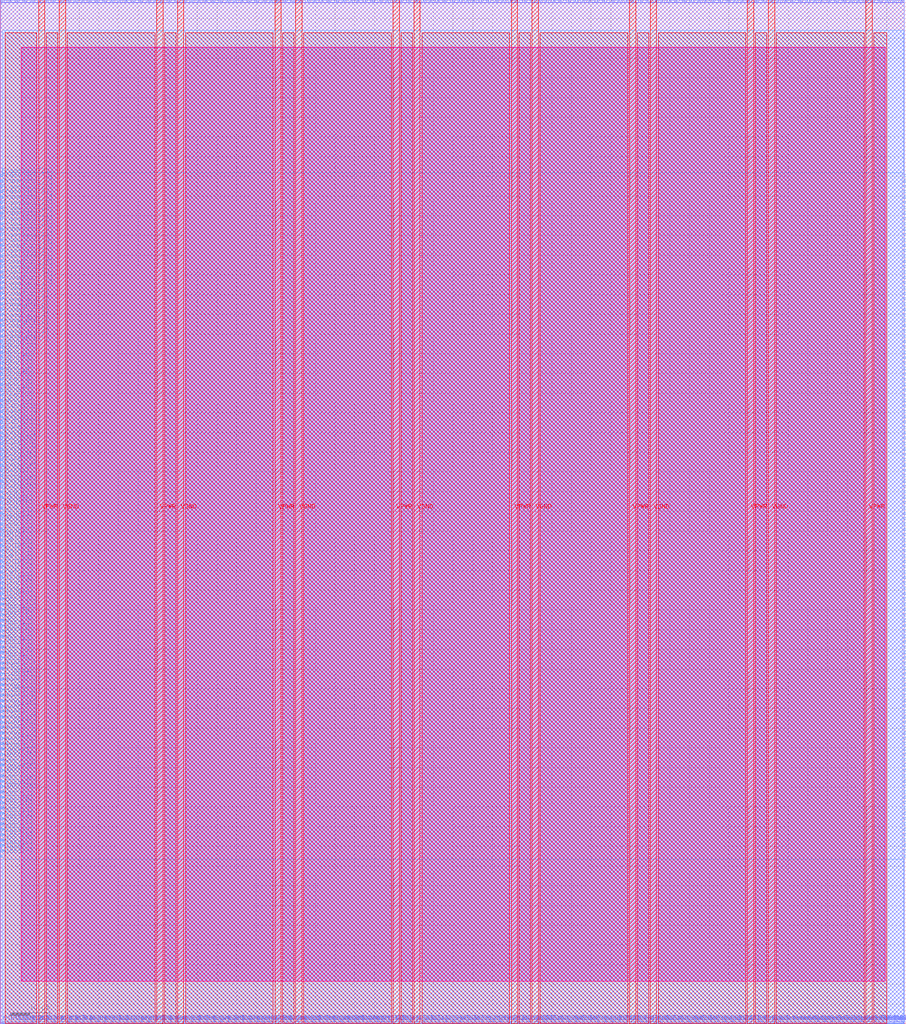
<source format=lef>
VERSION 5.7 ;
  NOWIREEXTENSIONATPIN ON ;
  DIVIDERCHAR "/" ;
  BUSBITCHARS "[]" ;
MACRO RegFile
  CLASS BLOCK ;
  FOREIGN RegFile ;
  ORIGIN 0.000 0.000 ;
  SIZE 230.000 BY 259.760 ;
  PIN E1BEG[0]
    DIRECTION OUTPUT ;
    USE SIGNAL ;
    ANTENNADIFFAREA 1.336500 ;
    PORT
      LAYER met3 ;
        RECT 229.400 107.480 230.000 108.080 ;
    END
  END E1BEG[0]
  PIN E1BEG[1]
    DIRECTION OUTPUT ;
    USE SIGNAL ;
    ANTENNADIFFAREA 1.782000 ;
    PORT
      LAYER met3 ;
        RECT 229.400 108.840 230.000 109.440 ;
    END
  END E1BEG[1]
  PIN E1BEG[2]
    DIRECTION OUTPUT ;
    USE SIGNAL ;
    ANTENNADIFFAREA 1.782000 ;
    PORT
      LAYER met3 ;
        RECT 229.400 110.200 230.000 110.800 ;
    END
  END E1BEG[2]
  PIN E1BEG[3]
    DIRECTION OUTPUT ;
    USE SIGNAL ;
    ANTENNADIFFAREA 1.782000 ;
    PORT
      LAYER met3 ;
        RECT 229.400 111.560 230.000 112.160 ;
    END
  END E1BEG[3]
  PIN E1END[0]
    DIRECTION INPUT ;
    USE SIGNAL ;
    ANTENNAGATEAREA 0.213000 ;
    PORT
      LAYER met3 ;
        RECT 0.000 107.480 0.600 108.080 ;
    END
  END E1END[0]
  PIN E1END[1]
    DIRECTION INPUT ;
    USE SIGNAL ;
    ANTENNAGATEAREA 0.495000 ;
    PORT
      LAYER met3 ;
        RECT 0.000 108.840 0.600 109.440 ;
    END
  END E1END[1]
  PIN E1END[2]
    DIRECTION INPUT ;
    USE SIGNAL ;
    ANTENNAGATEAREA 0.126000 ;
    PORT
      LAYER met3 ;
        RECT 0.000 110.200 0.600 110.800 ;
    END
  END E1END[2]
  PIN E1END[3]
    DIRECTION INPUT ;
    USE SIGNAL ;
    ANTENNAGATEAREA 0.196500 ;
    PORT
      LAYER met3 ;
        RECT 0.000 111.560 0.600 112.160 ;
    END
  END E1END[3]
  PIN E2BEG[0]
    DIRECTION OUTPUT ;
    USE SIGNAL ;
    ANTENNADIFFAREA 1.782000 ;
    PORT
      LAYER met3 ;
        RECT 229.400 112.920 230.000 113.520 ;
    END
  END E2BEG[0]
  PIN E2BEG[1]
    DIRECTION OUTPUT ;
    USE SIGNAL ;
    ANTENNADIFFAREA 1.782000 ;
    PORT
      LAYER met3 ;
        RECT 229.400 114.280 230.000 114.880 ;
    END
  END E2BEG[1]
  PIN E2BEG[2]
    DIRECTION OUTPUT ;
    USE SIGNAL ;
    ANTENNADIFFAREA 1.782000 ;
    PORT
      LAYER met3 ;
        RECT 229.400 115.640 230.000 116.240 ;
    END
  END E2BEG[2]
  PIN E2BEG[3]
    DIRECTION OUTPUT ;
    USE SIGNAL ;
    ANTENNADIFFAREA 1.336500 ;
    PORT
      LAYER met3 ;
        RECT 229.400 117.000 230.000 117.600 ;
    END
  END E2BEG[3]
  PIN E2BEG[4]
    DIRECTION OUTPUT ;
    USE SIGNAL ;
    ANTENNADIFFAREA 1.782000 ;
    PORT
      LAYER met3 ;
        RECT 229.400 118.360 230.000 118.960 ;
    END
  END E2BEG[4]
  PIN E2BEG[5]
    DIRECTION OUTPUT ;
    USE SIGNAL ;
    ANTENNADIFFAREA 0.795200 ;
    PORT
      LAYER met3 ;
        RECT 229.400 119.720 230.000 120.320 ;
    END
  END E2BEG[5]
  PIN E2BEG[6]
    DIRECTION OUTPUT ;
    USE SIGNAL ;
    ANTENNADIFFAREA 1.782000 ;
    PORT
      LAYER met3 ;
        RECT 229.400 121.080 230.000 121.680 ;
    END
  END E2BEG[6]
  PIN E2BEG[7]
    DIRECTION OUTPUT ;
    USE SIGNAL ;
    ANTENNADIFFAREA 0.891000 ;
    PORT
      LAYER met3 ;
        RECT 229.400 122.440 230.000 123.040 ;
    END
  END E2BEG[7]
  PIN E2BEGb[0]
    DIRECTION OUTPUT ;
    USE SIGNAL ;
    ANTENNADIFFAREA 0.445500 ;
    PORT
      LAYER met3 ;
        RECT 229.400 123.800 230.000 124.400 ;
    END
  END E2BEGb[0]
  PIN E2BEGb[1]
    DIRECTION OUTPUT ;
    USE SIGNAL ;
    ANTENNADIFFAREA 0.445500 ;
    PORT
      LAYER met3 ;
        RECT 229.400 125.160 230.000 125.760 ;
    END
  END E2BEGb[1]
  PIN E2BEGb[2]
    DIRECTION OUTPUT ;
    USE SIGNAL ;
    ANTENNADIFFAREA 0.445500 ;
    PORT
      LAYER met3 ;
        RECT 229.400 126.520 230.000 127.120 ;
    END
  END E2BEGb[2]
  PIN E2BEGb[3]
    DIRECTION OUTPUT ;
    USE SIGNAL ;
    ANTENNADIFFAREA 0.445500 ;
    PORT
      LAYER met3 ;
        RECT 229.400 127.880 230.000 128.480 ;
    END
  END E2BEGb[3]
  PIN E2BEGb[4]
    DIRECTION OUTPUT ;
    USE SIGNAL ;
    ANTENNADIFFAREA 0.445500 ;
    PORT
      LAYER met3 ;
        RECT 229.400 129.240 230.000 129.840 ;
    END
  END E2BEGb[4]
  PIN E2BEGb[5]
    DIRECTION OUTPUT ;
    USE SIGNAL ;
    ANTENNADIFFAREA 0.445500 ;
    PORT
      LAYER met3 ;
        RECT 229.400 130.600 230.000 131.200 ;
    END
  END E2BEGb[5]
  PIN E2BEGb[6]
    DIRECTION OUTPUT ;
    USE SIGNAL ;
    ANTENNADIFFAREA 0.445500 ;
    PORT
      LAYER met3 ;
        RECT 229.400 131.960 230.000 132.560 ;
    END
  END E2BEGb[6]
  PIN E2BEGb[7]
    DIRECTION OUTPUT ;
    USE SIGNAL ;
    ANTENNADIFFAREA 0.445500 ;
    PORT
      LAYER met3 ;
        RECT 229.400 133.320 230.000 133.920 ;
    END
  END E2BEGb[7]
  PIN E2END[0]
    DIRECTION INPUT ;
    USE SIGNAL ;
    ANTENNAGATEAREA 0.159000 ;
    PORT
      LAYER met3 ;
        RECT 0.000 123.800 0.600 124.400 ;
    END
  END E2END[0]
  PIN E2END[1]
    DIRECTION INPUT ;
    USE SIGNAL ;
    ANTENNAGATEAREA 0.213000 ;
    PORT
      LAYER met3 ;
        RECT 0.000 125.160 0.600 125.760 ;
    END
  END E2END[1]
  PIN E2END[2]
    DIRECTION INPUT ;
    USE SIGNAL ;
    ANTENNAGATEAREA 0.159000 ;
    PORT
      LAYER met3 ;
        RECT 0.000 126.520 0.600 127.120 ;
    END
  END E2END[2]
  PIN E2END[3]
    DIRECTION INPUT ;
    USE SIGNAL ;
    ANTENNAGATEAREA 0.213000 ;
    PORT
      LAYER met3 ;
        RECT 0.000 127.880 0.600 128.480 ;
    END
  END E2END[3]
  PIN E2END[4]
    DIRECTION INPUT ;
    USE SIGNAL ;
    ANTENNAGATEAREA 0.126000 ;
    PORT
      LAYER met3 ;
        RECT 0.000 129.240 0.600 129.840 ;
    END
  END E2END[4]
  PIN E2END[5]
    DIRECTION INPUT ;
    USE SIGNAL ;
    ANTENNAGATEAREA 0.495000 ;
    PORT
      LAYER met3 ;
        RECT 0.000 130.600 0.600 131.200 ;
    END
  END E2END[5]
  PIN E2END[6]
    DIRECTION INPUT ;
    USE SIGNAL ;
    ANTENNAGATEAREA 0.159000 ;
    PORT
      LAYER met3 ;
        RECT 0.000 131.960 0.600 132.560 ;
    END
  END E2END[6]
  PIN E2END[7]
    DIRECTION INPUT ;
    USE SIGNAL ;
    ANTENNAGATEAREA 0.213000 ;
    PORT
      LAYER met3 ;
        RECT 0.000 133.320 0.600 133.920 ;
    END
  END E2END[7]
  PIN E2MID[0]
    DIRECTION INPUT ;
    USE SIGNAL ;
    ANTENNAGATEAREA 0.213000 ;
    PORT
      LAYER met3 ;
        RECT 0.000 112.920 0.600 113.520 ;
    END
  END E2MID[0]
  PIN E2MID[1]
    DIRECTION INPUT ;
    USE SIGNAL ;
    ANTENNAGATEAREA 0.159000 ;
    PORT
      LAYER met3 ;
        RECT 0.000 114.280 0.600 114.880 ;
    END
  END E2MID[1]
  PIN E2MID[2]
    DIRECTION INPUT ;
    USE SIGNAL ;
    ANTENNAGATEAREA 0.213000 ;
    PORT
      LAYER met3 ;
        RECT 0.000 115.640 0.600 116.240 ;
    END
  END E2MID[2]
  PIN E2MID[3]
    DIRECTION INPUT ;
    USE SIGNAL ;
    ANTENNAGATEAREA 0.196500 ;
    PORT
      LAYER met3 ;
        RECT 0.000 117.000 0.600 117.600 ;
    END
  END E2MID[3]
  PIN E2MID[4]
    DIRECTION INPUT ;
    USE SIGNAL ;
    ANTENNAGATEAREA 0.213000 ;
    PORT
      LAYER met3 ;
        RECT 0.000 118.360 0.600 118.960 ;
    END
  END E2MID[4]
  PIN E2MID[5]
    DIRECTION INPUT ;
    USE SIGNAL ;
    ANTENNAGATEAREA 0.213000 ;
    PORT
      LAYER met3 ;
        RECT 0.000 119.720 0.600 120.320 ;
    END
  END E2MID[5]
  PIN E2MID[6]
    DIRECTION INPUT ;
    USE SIGNAL ;
    ANTENNAGATEAREA 0.213000 ;
    PORT
      LAYER met3 ;
        RECT 0.000 121.080 0.600 121.680 ;
    END
  END E2MID[6]
  PIN E2MID[7]
    DIRECTION INPUT ;
    USE SIGNAL ;
    ANTENNAGATEAREA 0.213000 ;
    PORT
      LAYER met3 ;
        RECT 0.000 122.440 0.600 123.040 ;
    END
  END E2MID[7]
  PIN E6BEG[0]
    DIRECTION OUTPUT ;
    USE SIGNAL ;
    ANTENNADIFFAREA 0.445500 ;
    PORT
      LAYER met3 ;
        RECT 229.400 156.440 230.000 157.040 ;
    END
  END E6BEG[0]
  PIN E6BEG[10]
    DIRECTION OUTPUT ;
    USE SIGNAL ;
    ANTENNADIFFAREA 1.336500 ;
    PORT
      LAYER met3 ;
        RECT 229.400 170.040 230.000 170.640 ;
    END
  END E6BEG[10]
  PIN E6BEG[11]
    DIRECTION OUTPUT ;
    USE SIGNAL ;
    ANTENNADIFFAREA 1.336500 ;
    PORT
      LAYER met3 ;
        RECT 229.400 171.400 230.000 172.000 ;
    END
  END E6BEG[11]
  PIN E6BEG[1]
    DIRECTION OUTPUT ;
    USE SIGNAL ;
    ANTENNADIFFAREA 0.445500 ;
    PORT
      LAYER met3 ;
        RECT 229.400 157.800 230.000 158.400 ;
    END
  END E6BEG[1]
  PIN E6BEG[2]
    DIRECTION OUTPUT ;
    USE SIGNAL ;
    ANTENNADIFFAREA 0.445500 ;
    PORT
      LAYER met3 ;
        RECT 229.400 159.160 230.000 159.760 ;
    END
  END E6BEG[2]
  PIN E6BEG[3]
    DIRECTION OUTPUT ;
    USE SIGNAL ;
    ANTENNADIFFAREA 0.445500 ;
    PORT
      LAYER met3 ;
        RECT 229.400 160.520 230.000 161.120 ;
    END
  END E6BEG[3]
  PIN E6BEG[4]
    DIRECTION OUTPUT ;
    USE SIGNAL ;
    ANTENNADIFFAREA 0.445500 ;
    PORT
      LAYER met3 ;
        RECT 229.400 161.880 230.000 162.480 ;
    END
  END E6BEG[4]
  PIN E6BEG[5]
    DIRECTION OUTPUT ;
    USE SIGNAL ;
    ANTENNADIFFAREA 0.445500 ;
    PORT
      LAYER met3 ;
        RECT 229.400 163.240 230.000 163.840 ;
    END
  END E6BEG[5]
  PIN E6BEG[6]
    DIRECTION OUTPUT ;
    USE SIGNAL ;
    ANTENNADIFFAREA 0.445500 ;
    PORT
      LAYER met3 ;
        RECT 229.400 164.600 230.000 165.200 ;
    END
  END E6BEG[6]
  PIN E6BEG[7]
    DIRECTION OUTPUT ;
    USE SIGNAL ;
    ANTENNADIFFAREA 0.445500 ;
    PORT
      LAYER met3 ;
        RECT 229.400 165.960 230.000 166.560 ;
    END
  END E6BEG[7]
  PIN E6BEG[8]
    DIRECTION OUTPUT ;
    USE SIGNAL ;
    ANTENNADIFFAREA 0.445500 ;
    PORT
      LAYER met3 ;
        RECT 229.400 167.320 230.000 167.920 ;
    END
  END E6BEG[8]
  PIN E6BEG[9]
    DIRECTION OUTPUT ;
    USE SIGNAL ;
    ANTENNADIFFAREA 0.445500 ;
    PORT
      LAYER met3 ;
        RECT 229.400 168.680 230.000 169.280 ;
    END
  END E6BEG[9]
  PIN E6END[0]
    DIRECTION INPUT ;
    USE SIGNAL ;
    ANTENNAGATEAREA 0.196500 ;
    PORT
      LAYER met3 ;
        RECT 0.000 156.440 0.600 157.040 ;
    END
  END E6END[0]
  PIN E6END[10]
    DIRECTION INPUT ;
    USE SIGNAL ;
    ANTENNAGATEAREA 0.631200 ;
    ANTENNADIFFAREA 0.434700 ;
    PORT
      LAYER met3 ;
        RECT 0.000 170.040 0.600 170.640 ;
    END
  END E6END[10]
  PIN E6END[11]
    DIRECTION INPUT ;
    USE SIGNAL ;
    ANTENNAGATEAREA 0.631200 ;
    ANTENNADIFFAREA 0.434700 ;
    PORT
      LAYER met3 ;
        RECT 0.000 171.400 0.600 172.000 ;
    END
  END E6END[11]
  PIN E6END[1]
    DIRECTION INPUT ;
    USE SIGNAL ;
    ANTENNAGATEAREA 0.196500 ;
    PORT
      LAYER met3 ;
        RECT 0.000 157.800 0.600 158.400 ;
    END
  END E6END[1]
  PIN E6END[2]
    DIRECTION INPUT ;
    USE SIGNAL ;
    ANTENNAGATEAREA 0.196500 ;
    PORT
      LAYER met3 ;
        RECT 0.000 159.160 0.600 159.760 ;
    END
  END E6END[2]
  PIN E6END[3]
    DIRECTION INPUT ;
    USE SIGNAL ;
    ANTENNAGATEAREA 0.631200 ;
    ANTENNADIFFAREA 0.434700 ;
    PORT
      LAYER met3 ;
        RECT 0.000 160.520 0.600 161.120 ;
    END
  END E6END[3]
  PIN E6END[4]
    DIRECTION INPUT ;
    USE SIGNAL ;
    ANTENNAGATEAREA 0.631200 ;
    ANTENNADIFFAREA 0.434700 ;
    PORT
      LAYER met3 ;
        RECT 0.000 161.880 0.600 162.480 ;
    END
  END E6END[4]
  PIN E6END[5]
    DIRECTION INPUT ;
    USE SIGNAL ;
    ANTENNAGATEAREA 0.631200 ;
    ANTENNADIFFAREA 0.434700 ;
    PORT
      LAYER met3 ;
        RECT 0.000 163.240 0.600 163.840 ;
    END
  END E6END[5]
  PIN E6END[6]
    DIRECTION INPUT ;
    USE SIGNAL ;
    ANTENNAGATEAREA 0.196500 ;
    PORT
      LAYER met3 ;
        RECT 0.000 164.600 0.600 165.200 ;
    END
  END E6END[6]
  PIN E6END[7]
    DIRECTION INPUT ;
    USE SIGNAL ;
    ANTENNAGATEAREA 0.631200 ;
    ANTENNADIFFAREA 0.434700 ;
    PORT
      LAYER met3 ;
        RECT 0.000 165.960 0.600 166.560 ;
    END
  END E6END[7]
  PIN E6END[8]
    DIRECTION INPUT ;
    USE SIGNAL ;
    ANTENNAGATEAREA 0.631200 ;
    ANTENNADIFFAREA 0.434700 ;
    PORT
      LAYER met3 ;
        RECT 0.000 167.320 0.600 167.920 ;
    END
  END E6END[8]
  PIN E6END[9]
    DIRECTION INPUT ;
    USE SIGNAL ;
    ANTENNAGATEAREA 0.631200 ;
    ANTENNADIFFAREA 0.434700 ;
    PORT
      LAYER met3 ;
        RECT 0.000 168.680 0.600 169.280 ;
    END
  END E6END[9]
  PIN EE4BEG[0]
    DIRECTION OUTPUT ;
    USE SIGNAL ;
    ANTENNADIFFAREA 0.445500 ;
    PORT
      LAYER met3 ;
        RECT 229.400 134.680 230.000 135.280 ;
    END
  END EE4BEG[0]
  PIN EE4BEG[10]
    DIRECTION OUTPUT ;
    USE SIGNAL ;
    ANTENNADIFFAREA 0.445500 ;
    PORT
      LAYER met3 ;
        RECT 229.400 148.280 230.000 148.880 ;
    END
  END EE4BEG[10]
  PIN EE4BEG[11]
    DIRECTION OUTPUT ;
    USE SIGNAL ;
    ANTENNADIFFAREA 0.445500 ;
    PORT
      LAYER met3 ;
        RECT 229.400 149.640 230.000 150.240 ;
    END
  END EE4BEG[11]
  PIN EE4BEG[12]
    DIRECTION OUTPUT ;
    USE SIGNAL ;
    ANTENNADIFFAREA 1.336500 ;
    PORT
      LAYER met3 ;
        RECT 229.400 151.000 230.000 151.600 ;
    END
  END EE4BEG[12]
  PIN EE4BEG[13]
    DIRECTION OUTPUT ;
    USE SIGNAL ;
    ANTENNADIFFAREA 1.336500 ;
    PORT
      LAYER met3 ;
        RECT 229.400 152.360 230.000 152.960 ;
    END
  END EE4BEG[13]
  PIN EE4BEG[14]
    DIRECTION OUTPUT ;
    USE SIGNAL ;
    ANTENNADIFFAREA 1.782000 ;
    PORT
      LAYER met3 ;
        RECT 229.400 153.720 230.000 154.320 ;
    END
  END EE4BEG[14]
  PIN EE4BEG[15]
    DIRECTION OUTPUT ;
    USE SIGNAL ;
    ANTENNADIFFAREA 1.336500 ;
    PORT
      LAYER met3 ;
        RECT 229.400 155.080 230.000 155.680 ;
    END
  END EE4BEG[15]
  PIN EE4BEG[1]
    DIRECTION OUTPUT ;
    USE SIGNAL ;
    ANTENNADIFFAREA 0.445500 ;
    PORT
      LAYER met3 ;
        RECT 229.400 136.040 230.000 136.640 ;
    END
  END EE4BEG[1]
  PIN EE4BEG[2]
    DIRECTION OUTPUT ;
    USE SIGNAL ;
    ANTENNADIFFAREA 0.445500 ;
    PORT
      LAYER met3 ;
        RECT 229.400 137.400 230.000 138.000 ;
    END
  END EE4BEG[2]
  PIN EE4BEG[3]
    DIRECTION OUTPUT ;
    USE SIGNAL ;
    ANTENNADIFFAREA 0.445500 ;
    PORT
      LAYER met3 ;
        RECT 229.400 138.760 230.000 139.360 ;
    END
  END EE4BEG[3]
  PIN EE4BEG[4]
    DIRECTION OUTPUT ;
    USE SIGNAL ;
    ANTENNADIFFAREA 0.445500 ;
    PORT
      LAYER met3 ;
        RECT 229.400 140.120 230.000 140.720 ;
    END
  END EE4BEG[4]
  PIN EE4BEG[5]
    DIRECTION OUTPUT ;
    USE SIGNAL ;
    ANTENNADIFFAREA 0.445500 ;
    PORT
      LAYER met3 ;
        RECT 229.400 141.480 230.000 142.080 ;
    END
  END EE4BEG[5]
  PIN EE4BEG[6]
    DIRECTION OUTPUT ;
    USE SIGNAL ;
    ANTENNADIFFAREA 0.445500 ;
    PORT
      LAYER met3 ;
        RECT 229.400 142.840 230.000 143.440 ;
    END
  END EE4BEG[6]
  PIN EE4BEG[7]
    DIRECTION OUTPUT ;
    USE SIGNAL ;
    ANTENNADIFFAREA 0.445500 ;
    PORT
      LAYER met3 ;
        RECT 229.400 144.200 230.000 144.800 ;
    END
  END EE4BEG[7]
  PIN EE4BEG[8]
    DIRECTION OUTPUT ;
    USE SIGNAL ;
    ANTENNADIFFAREA 0.445500 ;
    PORT
      LAYER met3 ;
        RECT 229.400 145.560 230.000 146.160 ;
    END
  END EE4BEG[8]
  PIN EE4BEG[9]
    DIRECTION OUTPUT ;
    USE SIGNAL ;
    ANTENNADIFFAREA 0.445500 ;
    PORT
      LAYER met3 ;
        RECT 229.400 146.920 230.000 147.520 ;
    END
  END EE4BEG[9]
  PIN EE4END[0]
    DIRECTION INPUT ;
    USE SIGNAL ;
    ANTENNAGATEAREA 0.159000 ;
    PORT
      LAYER met3 ;
        RECT 0.000 134.680 0.600 135.280 ;
    END
  END EE4END[0]
  PIN EE4END[10]
    DIRECTION INPUT ;
    USE SIGNAL ;
    ANTENNAGATEAREA 0.631200 ;
    ANTENNADIFFAREA 0.434700 ;
    PORT
      LAYER met3 ;
        RECT 0.000 148.280 0.600 148.880 ;
    END
  END EE4END[10]
  PIN EE4END[11]
    DIRECTION INPUT ;
    USE SIGNAL ;
    ANTENNAGATEAREA 0.631200 ;
    ANTENNADIFFAREA 0.434700 ;
    PORT
      LAYER met3 ;
        RECT 0.000 149.640 0.600 150.240 ;
    END
  END EE4END[11]
  PIN EE4END[12]
    DIRECTION INPUT ;
    USE SIGNAL ;
    ANTENNAGATEAREA 0.196500 ;
    PORT
      LAYER met3 ;
        RECT 0.000 151.000 0.600 151.600 ;
    END
  END EE4END[12]
  PIN EE4END[13]
    DIRECTION INPUT ;
    USE SIGNAL ;
    ANTENNAGATEAREA 0.631200 ;
    ANTENNADIFFAREA 0.434700 ;
    PORT
      LAYER met3 ;
        RECT 0.000 152.360 0.600 152.960 ;
    END
  END EE4END[13]
  PIN EE4END[14]
    DIRECTION INPUT ;
    USE SIGNAL ;
    ANTENNAGATEAREA 0.631200 ;
    ANTENNADIFFAREA 0.434700 ;
    PORT
      LAYER met3 ;
        RECT 0.000 153.720 0.600 154.320 ;
    END
  END EE4END[14]
  PIN EE4END[15]
    DIRECTION INPUT ;
    USE SIGNAL ;
    ANTENNAGATEAREA 0.196500 ;
    PORT
      LAYER met3 ;
        RECT 0.000 155.080 0.600 155.680 ;
    END
  END EE4END[15]
  PIN EE4END[1]
    DIRECTION INPUT ;
    USE SIGNAL ;
    ANTENNAGATEAREA 0.159000 ;
    PORT
      LAYER met3 ;
        RECT 0.000 136.040 0.600 136.640 ;
    END
  END EE4END[1]
  PIN EE4END[2]
    DIRECTION INPUT ;
    USE SIGNAL ;
    ANTENNAGATEAREA 0.213000 ;
    PORT
      LAYER met3 ;
        RECT 0.000 137.400 0.600 138.000 ;
    END
  END EE4END[2]
  PIN EE4END[3]
    DIRECTION INPUT ;
    USE SIGNAL ;
    ANTENNAGATEAREA 0.495000 ;
    PORT
      LAYER met3 ;
        RECT 0.000 138.760 0.600 139.360 ;
    END
  END EE4END[3]
  PIN EE4END[4]
    DIRECTION INPUT ;
    USE SIGNAL ;
    ANTENNAGATEAREA 1.065900 ;
    ANTENNADIFFAREA 0.869400 ;
    PORT
      LAYER met3 ;
        RECT 0.000 140.120 0.600 140.720 ;
    END
  END EE4END[4]
  PIN EE4END[5]
    DIRECTION INPUT ;
    USE SIGNAL ;
    ANTENNAGATEAREA 0.631200 ;
    ANTENNADIFFAREA 0.434700 ;
    PORT
      LAYER met3 ;
        RECT 0.000 141.480 0.600 142.080 ;
    END
  END EE4END[5]
  PIN EE4END[6]
    DIRECTION INPUT ;
    USE SIGNAL ;
    ANTENNAGATEAREA 1.065900 ;
    ANTENNADIFFAREA 0.869400 ;
    PORT
      LAYER met3 ;
        RECT 0.000 142.840 0.600 143.440 ;
    END
  END EE4END[6]
  PIN EE4END[7]
    DIRECTION INPUT ;
    USE SIGNAL ;
    ANTENNAGATEAREA 0.631200 ;
    ANTENNADIFFAREA 0.434700 ;
    PORT
      LAYER met3 ;
        RECT 0.000 144.200 0.600 144.800 ;
    END
  END EE4END[7]
  PIN EE4END[8]
    DIRECTION INPUT ;
    USE SIGNAL ;
    ANTENNAGATEAREA 1.065900 ;
    ANTENNADIFFAREA 0.869400 ;
    PORT
      LAYER met3 ;
        RECT 0.000 145.560 0.600 146.160 ;
    END
  END EE4END[8]
  PIN EE4END[9]
    DIRECTION INPUT ;
    USE SIGNAL ;
    ANTENNAGATEAREA 0.631200 ;
    ANTENNADIFFAREA 0.434700 ;
    PORT
      LAYER met3 ;
        RECT 0.000 146.920 0.600 147.520 ;
    END
  END EE4END[9]
  PIN FrameData[0]
    DIRECTION INPUT ;
    USE SIGNAL ;
    ANTENNAGATEAREA 0.213000 ;
    PORT
      LAYER met3 ;
        RECT 0.000 172.760 0.600 173.360 ;
    END
  END FrameData[0]
  PIN FrameData[10]
    DIRECTION INPUT ;
    USE SIGNAL ;
    ANTENNAGATEAREA 0.159000 ;
    PORT
      LAYER met3 ;
        RECT 0.000 186.360 0.600 186.960 ;
    END
  END FrameData[10]
  PIN FrameData[11]
    DIRECTION INPUT ;
    USE SIGNAL ;
    ANTENNAGATEAREA 0.213000 ;
    PORT
      LAYER met3 ;
        RECT 0.000 187.720 0.600 188.320 ;
    END
  END FrameData[11]
  PIN FrameData[12]
    DIRECTION INPUT ;
    USE SIGNAL ;
    ANTENNAGATEAREA 0.159000 ;
    PORT
      LAYER met3 ;
        RECT 0.000 189.080 0.600 189.680 ;
    END
  END FrameData[12]
  PIN FrameData[13]
    DIRECTION INPUT ;
    USE SIGNAL ;
    ANTENNAGATEAREA 0.159000 ;
    PORT
      LAYER met3 ;
        RECT 0.000 190.440 0.600 191.040 ;
    END
  END FrameData[13]
  PIN FrameData[14]
    DIRECTION INPUT ;
    USE SIGNAL ;
    ANTENNAGATEAREA 0.159000 ;
    PORT
      LAYER met3 ;
        RECT 0.000 191.800 0.600 192.400 ;
    END
  END FrameData[14]
  PIN FrameData[15]
    DIRECTION INPUT ;
    USE SIGNAL ;
    ANTENNAGATEAREA 0.159000 ;
    PORT
      LAYER met3 ;
        RECT 0.000 193.160 0.600 193.760 ;
    END
  END FrameData[15]
  PIN FrameData[16]
    DIRECTION INPUT ;
    USE SIGNAL ;
    ANTENNAGATEAREA 0.213000 ;
    PORT
      LAYER met3 ;
        RECT 0.000 194.520 0.600 195.120 ;
    END
  END FrameData[16]
  PIN FrameData[17]
    DIRECTION INPUT ;
    USE SIGNAL ;
    ANTENNAGATEAREA 0.213000 ;
    PORT
      LAYER met3 ;
        RECT 0.000 195.880 0.600 196.480 ;
    END
  END FrameData[17]
  PIN FrameData[18]
    DIRECTION INPUT ;
    USE SIGNAL ;
    ANTENNAGATEAREA 0.213000 ;
    PORT
      LAYER met3 ;
        RECT 0.000 197.240 0.600 197.840 ;
    END
  END FrameData[18]
  PIN FrameData[19]
    DIRECTION INPUT ;
    USE SIGNAL ;
    ANTENNAGATEAREA 0.159000 ;
    PORT
      LAYER met3 ;
        RECT 0.000 198.600 0.600 199.200 ;
    END
  END FrameData[19]
  PIN FrameData[1]
    DIRECTION INPUT ;
    USE SIGNAL ;
    ANTENNAGATEAREA 0.159000 ;
    PORT
      LAYER met3 ;
        RECT 0.000 174.120 0.600 174.720 ;
    END
  END FrameData[1]
  PIN FrameData[20]
    DIRECTION INPUT ;
    USE SIGNAL ;
    ANTENNAGATEAREA 0.213000 ;
    PORT
      LAYER met3 ;
        RECT 0.000 199.960 0.600 200.560 ;
    END
  END FrameData[20]
  PIN FrameData[21]
    DIRECTION INPUT ;
    USE SIGNAL ;
    ANTENNAGATEAREA 0.213000 ;
    PORT
      LAYER met3 ;
        RECT 0.000 201.320 0.600 201.920 ;
    END
  END FrameData[21]
  PIN FrameData[22]
    DIRECTION INPUT ;
    USE SIGNAL ;
    ANTENNAGATEAREA 0.213000 ;
    PORT
      LAYER met3 ;
        RECT 0.000 202.680 0.600 203.280 ;
    END
  END FrameData[22]
  PIN FrameData[23]
    DIRECTION INPUT ;
    USE SIGNAL ;
    ANTENNAGATEAREA 0.213000 ;
    PORT
      LAYER met3 ;
        RECT 0.000 204.040 0.600 204.640 ;
    END
  END FrameData[23]
  PIN FrameData[24]
    DIRECTION INPUT ;
    USE SIGNAL ;
    ANTENNAGATEAREA 0.126000 ;
    PORT
      LAYER met3 ;
        RECT 0.000 205.400 0.600 206.000 ;
    END
  END FrameData[24]
  PIN FrameData[25]
    DIRECTION INPUT ;
    USE SIGNAL ;
    ANTENNAGATEAREA 0.213000 ;
    PORT
      LAYER met3 ;
        RECT 0.000 206.760 0.600 207.360 ;
    END
  END FrameData[25]
  PIN FrameData[26]
    DIRECTION INPUT ;
    USE SIGNAL ;
    ANTENNAGATEAREA 0.159000 ;
    PORT
      LAYER met3 ;
        RECT 0.000 208.120 0.600 208.720 ;
    END
  END FrameData[26]
  PIN FrameData[27]
    DIRECTION INPUT ;
    USE SIGNAL ;
    ANTENNAGATEAREA 0.213000 ;
    PORT
      LAYER met3 ;
        RECT 0.000 209.480 0.600 210.080 ;
    END
  END FrameData[27]
  PIN FrameData[28]
    DIRECTION INPUT ;
    USE SIGNAL ;
    ANTENNAGATEAREA 0.159000 ;
    PORT
      LAYER met3 ;
        RECT 0.000 210.840 0.600 211.440 ;
    END
  END FrameData[28]
  PIN FrameData[29]
    DIRECTION INPUT ;
    USE SIGNAL ;
    ANTENNAGATEAREA 0.213000 ;
    PORT
      LAYER met3 ;
        RECT 0.000 212.200 0.600 212.800 ;
    END
  END FrameData[29]
  PIN FrameData[2]
    DIRECTION INPUT ;
    USE SIGNAL ;
    ANTENNAGATEAREA 0.213000 ;
    PORT
      LAYER met3 ;
        RECT 0.000 175.480 0.600 176.080 ;
    END
  END FrameData[2]
  PIN FrameData[30]
    DIRECTION INPUT ;
    USE SIGNAL ;
    ANTENNAGATEAREA 0.213000 ;
    PORT
      LAYER met3 ;
        RECT 0.000 213.560 0.600 214.160 ;
    END
  END FrameData[30]
  PIN FrameData[31]
    DIRECTION INPUT ;
    USE SIGNAL ;
    ANTENNAGATEAREA 0.213000 ;
    PORT
      LAYER met3 ;
        RECT 0.000 214.920 0.600 215.520 ;
    END
  END FrameData[31]
  PIN FrameData[3]
    DIRECTION INPUT ;
    USE SIGNAL ;
    ANTENNAGATEAREA 0.213000 ;
    PORT
      LAYER met3 ;
        RECT 0.000 176.840 0.600 177.440 ;
    END
  END FrameData[3]
  PIN FrameData[4]
    DIRECTION INPUT ;
    USE SIGNAL ;
    ANTENNAGATEAREA 0.213000 ;
    PORT
      LAYER met3 ;
        RECT 0.000 178.200 0.600 178.800 ;
    END
  END FrameData[4]
  PIN FrameData[5]
    DIRECTION INPUT ;
    USE SIGNAL ;
    ANTENNAGATEAREA 0.213000 ;
    PORT
      LAYER met3 ;
        RECT 0.000 179.560 0.600 180.160 ;
    END
  END FrameData[5]
  PIN FrameData[6]
    DIRECTION INPUT ;
    USE SIGNAL ;
    ANTENNAGATEAREA 0.213000 ;
    PORT
      LAYER met3 ;
        RECT 0.000 180.920 0.600 181.520 ;
    END
  END FrameData[6]
  PIN FrameData[7]
    DIRECTION INPUT ;
    USE SIGNAL ;
    ANTENNAGATEAREA 0.647700 ;
    ANTENNADIFFAREA 0.434700 ;
    PORT
      LAYER met3 ;
        RECT 0.000 182.280 0.600 182.880 ;
    END
  END FrameData[7]
  PIN FrameData[8]
    DIRECTION INPUT ;
    USE SIGNAL ;
    ANTENNAGATEAREA 0.213000 ;
    PORT
      LAYER met3 ;
        RECT 0.000 183.640 0.600 184.240 ;
    END
  END FrameData[8]
  PIN FrameData[9]
    DIRECTION INPUT ;
    USE SIGNAL ;
    ANTENNAGATEAREA 0.159000 ;
    PORT
      LAYER met3 ;
        RECT 0.000 185.000 0.600 185.600 ;
    END
  END FrameData[9]
  PIN FrameData_O[0]
    DIRECTION OUTPUT ;
    USE SIGNAL ;
    ANTENNADIFFAREA 0.445500 ;
    PORT
      LAYER met3 ;
        RECT 229.400 172.760 230.000 173.360 ;
    END
  END FrameData_O[0]
  PIN FrameData_O[10]
    DIRECTION OUTPUT ;
    USE SIGNAL ;
    ANTENNADIFFAREA 0.445500 ;
    PORT
      LAYER met3 ;
        RECT 229.400 186.360 230.000 186.960 ;
    END
  END FrameData_O[10]
  PIN FrameData_O[11]
    DIRECTION OUTPUT ;
    USE SIGNAL ;
    ANTENNADIFFAREA 0.445500 ;
    PORT
      LAYER met3 ;
        RECT 229.400 187.720 230.000 188.320 ;
    END
  END FrameData_O[11]
  PIN FrameData_O[12]
    DIRECTION OUTPUT ;
    USE SIGNAL ;
    ANTENNADIFFAREA 0.445500 ;
    PORT
      LAYER met3 ;
        RECT 229.400 189.080 230.000 189.680 ;
    END
  END FrameData_O[12]
  PIN FrameData_O[13]
    DIRECTION OUTPUT ;
    USE SIGNAL ;
    ANTENNADIFFAREA 0.445500 ;
    PORT
      LAYER met3 ;
        RECT 229.400 190.440 230.000 191.040 ;
    END
  END FrameData_O[13]
  PIN FrameData_O[14]
    DIRECTION OUTPUT ;
    USE SIGNAL ;
    ANTENNADIFFAREA 0.445500 ;
    PORT
      LAYER met3 ;
        RECT 229.400 191.800 230.000 192.400 ;
    END
  END FrameData_O[14]
  PIN FrameData_O[15]
    DIRECTION OUTPUT ;
    USE SIGNAL ;
    ANTENNADIFFAREA 0.445500 ;
    PORT
      LAYER met3 ;
        RECT 229.400 193.160 230.000 193.760 ;
    END
  END FrameData_O[15]
  PIN FrameData_O[16]
    DIRECTION OUTPUT ;
    USE SIGNAL ;
    ANTENNADIFFAREA 0.445500 ;
    PORT
      LAYER met3 ;
        RECT 229.400 194.520 230.000 195.120 ;
    END
  END FrameData_O[16]
  PIN FrameData_O[17]
    DIRECTION OUTPUT ;
    USE SIGNAL ;
    ANTENNADIFFAREA 0.445500 ;
    PORT
      LAYER met3 ;
        RECT 229.400 195.880 230.000 196.480 ;
    END
  END FrameData_O[17]
  PIN FrameData_O[18]
    DIRECTION OUTPUT ;
    USE SIGNAL ;
    ANTENNADIFFAREA 0.445500 ;
    PORT
      LAYER met3 ;
        RECT 229.400 197.240 230.000 197.840 ;
    END
  END FrameData_O[18]
  PIN FrameData_O[19]
    DIRECTION OUTPUT ;
    USE SIGNAL ;
    ANTENNADIFFAREA 0.445500 ;
    PORT
      LAYER met3 ;
        RECT 229.400 198.600 230.000 199.200 ;
    END
  END FrameData_O[19]
  PIN FrameData_O[1]
    DIRECTION OUTPUT ;
    USE SIGNAL ;
    ANTENNADIFFAREA 0.445500 ;
    PORT
      LAYER met3 ;
        RECT 229.400 174.120 230.000 174.720 ;
    END
  END FrameData_O[1]
  PIN FrameData_O[20]
    DIRECTION OUTPUT ;
    USE SIGNAL ;
    ANTENNADIFFAREA 0.445500 ;
    PORT
      LAYER met3 ;
        RECT 229.400 199.960 230.000 200.560 ;
    END
  END FrameData_O[20]
  PIN FrameData_O[21]
    DIRECTION OUTPUT ;
    USE SIGNAL ;
    ANTENNADIFFAREA 0.445500 ;
    PORT
      LAYER met3 ;
        RECT 229.400 201.320 230.000 201.920 ;
    END
  END FrameData_O[21]
  PIN FrameData_O[22]
    DIRECTION OUTPUT ;
    USE SIGNAL ;
    ANTENNADIFFAREA 0.445500 ;
    PORT
      LAYER met3 ;
        RECT 229.400 202.680 230.000 203.280 ;
    END
  END FrameData_O[22]
  PIN FrameData_O[23]
    DIRECTION OUTPUT ;
    USE SIGNAL ;
    ANTENNADIFFAREA 0.445500 ;
    PORT
      LAYER met3 ;
        RECT 229.400 204.040 230.000 204.640 ;
    END
  END FrameData_O[23]
  PIN FrameData_O[24]
    DIRECTION OUTPUT ;
    USE SIGNAL ;
    ANTENNADIFFAREA 0.445500 ;
    PORT
      LAYER met3 ;
        RECT 229.400 205.400 230.000 206.000 ;
    END
  END FrameData_O[24]
  PIN FrameData_O[25]
    DIRECTION OUTPUT ;
    USE SIGNAL ;
    ANTENNADIFFAREA 0.445500 ;
    PORT
      LAYER met3 ;
        RECT 229.400 206.760 230.000 207.360 ;
    END
  END FrameData_O[25]
  PIN FrameData_O[26]
    DIRECTION OUTPUT ;
    USE SIGNAL ;
    ANTENNADIFFAREA 0.445500 ;
    PORT
      LAYER met3 ;
        RECT 229.400 208.120 230.000 208.720 ;
    END
  END FrameData_O[26]
  PIN FrameData_O[27]
    DIRECTION OUTPUT ;
    USE SIGNAL ;
    ANTENNADIFFAREA 0.445500 ;
    PORT
      LAYER met3 ;
        RECT 229.400 209.480 230.000 210.080 ;
    END
  END FrameData_O[27]
  PIN FrameData_O[28]
    DIRECTION OUTPUT ;
    USE SIGNAL ;
    ANTENNADIFFAREA 0.445500 ;
    PORT
      LAYER met3 ;
        RECT 229.400 210.840 230.000 211.440 ;
    END
  END FrameData_O[28]
  PIN FrameData_O[29]
    DIRECTION OUTPUT ;
    USE SIGNAL ;
    ANTENNADIFFAREA 0.445500 ;
    PORT
      LAYER met3 ;
        RECT 229.400 212.200 230.000 212.800 ;
    END
  END FrameData_O[29]
  PIN FrameData_O[2]
    DIRECTION OUTPUT ;
    USE SIGNAL ;
    ANTENNADIFFAREA 0.445500 ;
    PORT
      LAYER met3 ;
        RECT 229.400 175.480 230.000 176.080 ;
    END
  END FrameData_O[2]
  PIN FrameData_O[30]
    DIRECTION OUTPUT ;
    USE SIGNAL ;
    ANTENNADIFFAREA 0.445500 ;
    PORT
      LAYER met3 ;
        RECT 229.400 213.560 230.000 214.160 ;
    END
  END FrameData_O[30]
  PIN FrameData_O[31]
    DIRECTION OUTPUT ;
    USE SIGNAL ;
    ANTENNADIFFAREA 0.445500 ;
    PORT
      LAYER met3 ;
        RECT 229.400 214.920 230.000 215.520 ;
    END
  END FrameData_O[31]
  PIN FrameData_O[3]
    DIRECTION OUTPUT ;
    USE SIGNAL ;
    ANTENNADIFFAREA 0.445500 ;
    PORT
      LAYER met3 ;
        RECT 229.400 176.840 230.000 177.440 ;
    END
  END FrameData_O[3]
  PIN FrameData_O[4]
    DIRECTION OUTPUT ;
    USE SIGNAL ;
    ANTENNADIFFAREA 0.445500 ;
    PORT
      LAYER met3 ;
        RECT 229.400 178.200 230.000 178.800 ;
    END
  END FrameData_O[4]
  PIN FrameData_O[5]
    DIRECTION OUTPUT ;
    USE SIGNAL ;
    ANTENNADIFFAREA 0.445500 ;
    PORT
      LAYER met3 ;
        RECT 229.400 179.560 230.000 180.160 ;
    END
  END FrameData_O[5]
  PIN FrameData_O[6]
    DIRECTION OUTPUT ;
    USE SIGNAL ;
    ANTENNADIFFAREA 0.445500 ;
    PORT
      LAYER met3 ;
        RECT 229.400 180.920 230.000 181.520 ;
    END
  END FrameData_O[6]
  PIN FrameData_O[7]
    DIRECTION OUTPUT ;
    USE SIGNAL ;
    ANTENNADIFFAREA 0.445500 ;
    PORT
      LAYER met3 ;
        RECT 229.400 182.280 230.000 182.880 ;
    END
  END FrameData_O[7]
  PIN FrameData_O[8]
    DIRECTION OUTPUT ;
    USE SIGNAL ;
    ANTENNADIFFAREA 0.445500 ;
    PORT
      LAYER met3 ;
        RECT 229.400 183.640 230.000 184.240 ;
    END
  END FrameData_O[8]
  PIN FrameData_O[9]
    DIRECTION OUTPUT ;
    USE SIGNAL ;
    ANTENNADIFFAREA 0.445500 ;
    PORT
      LAYER met3 ;
        RECT 229.400 185.000 230.000 185.600 ;
    END
  END FrameData_O[9]
  PIN FrameStrobe[0]
    DIRECTION INPUT ;
    USE SIGNAL ;
    ANTENNAGATEAREA 0.196500 ;
    PORT
      LAYER met2 ;
        RECT 193.750 0.000 194.030 0.280 ;
    END
  END FrameStrobe[0]
  PIN FrameStrobe[10]
    DIRECTION INPUT ;
    USE SIGNAL ;
    ANTENNAGATEAREA 0.691500 ;
    PORT
      LAYER met2 ;
        RECT 212.150 0.000 212.430 0.280 ;
    END
  END FrameStrobe[10]
  PIN FrameStrobe[11]
    DIRECTION INPUT ;
    USE SIGNAL ;
    ANTENNAGATEAREA 0.213000 ;
    PORT
      LAYER met2 ;
        RECT 213.990 0.000 214.270 0.280 ;
    END
  END FrameStrobe[11]
  PIN FrameStrobe[12]
    DIRECTION INPUT ;
    USE SIGNAL ;
    ANTENNAGATEAREA 0.196500 ;
    PORT
      LAYER met2 ;
        RECT 215.830 0.000 216.110 0.280 ;
    END
  END FrameStrobe[12]
  PIN FrameStrobe[13]
    DIRECTION INPUT ;
    USE SIGNAL ;
    ANTENNAGATEAREA 0.631200 ;
    ANTENNADIFFAREA 0.434700 ;
    PORT
      LAYER met2 ;
        RECT 217.670 0.000 217.950 0.280 ;
    END
  END FrameStrobe[13]
  PIN FrameStrobe[14]
    DIRECTION INPUT ;
    USE SIGNAL ;
    ANTENNAGATEAREA 0.631200 ;
    ANTENNADIFFAREA 0.434700 ;
    PORT
      LAYER met2 ;
        RECT 219.510 0.000 219.790 0.280 ;
    END
  END FrameStrobe[14]
  PIN FrameStrobe[15]
    DIRECTION INPUT ;
    USE SIGNAL ;
    ANTENNAGATEAREA 0.631200 ;
    ANTENNADIFFAREA 0.434700 ;
    PORT
      LAYER met2 ;
        RECT 221.350 0.000 221.630 0.280 ;
    END
  END FrameStrobe[15]
  PIN FrameStrobe[16]
    DIRECTION INPUT ;
    USE SIGNAL ;
    ANTENNAGATEAREA 0.631200 ;
    ANTENNADIFFAREA 0.434700 ;
    PORT
      LAYER met2 ;
        RECT 223.190 0.000 223.470 0.280 ;
    END
  END FrameStrobe[16]
  PIN FrameStrobe[17]
    DIRECTION INPUT ;
    USE SIGNAL ;
    ANTENNAGATEAREA 0.631200 ;
    ANTENNADIFFAREA 0.434700 ;
    PORT
      LAYER met2 ;
        RECT 225.030 0.000 225.310 0.280 ;
    END
  END FrameStrobe[17]
  PIN FrameStrobe[18]
    DIRECTION INPUT ;
    USE SIGNAL ;
    ANTENNAGATEAREA 0.631200 ;
    ANTENNADIFFAREA 0.434700 ;
    PORT
      LAYER met2 ;
        RECT 226.870 0.000 227.150 0.280 ;
    END
  END FrameStrobe[18]
  PIN FrameStrobe[19]
    DIRECTION INPUT ;
    USE SIGNAL ;
    ANTENNAGATEAREA 0.631200 ;
    ANTENNADIFFAREA 0.434700 ;
    PORT
      LAYER met2 ;
        RECT 228.710 0.000 228.990 0.280 ;
    END
  END FrameStrobe[19]
  PIN FrameStrobe[1]
    DIRECTION INPUT ;
    USE SIGNAL ;
    ANTENNAGATEAREA 0.213000 ;
    PORT
      LAYER met2 ;
        RECT 195.590 0.000 195.870 0.280 ;
    END
  END FrameStrobe[1]
  PIN FrameStrobe[2]
    DIRECTION INPUT ;
    USE SIGNAL ;
    ANTENNAGATEAREA 0.647700 ;
    ANTENNADIFFAREA 0.434700 ;
    PORT
      LAYER met2 ;
        RECT 197.430 0.000 197.710 0.280 ;
    END
  END FrameStrobe[2]
  PIN FrameStrobe[3]
    DIRECTION INPUT ;
    USE SIGNAL ;
    ANTENNAGATEAREA 0.552000 ;
    PORT
      LAYER met2 ;
        RECT 199.270 0.000 199.550 0.280 ;
    END
  END FrameStrobe[3]
  PIN FrameStrobe[4]
    DIRECTION INPUT ;
    USE SIGNAL ;
    ANTENNAGATEAREA 0.593700 ;
    ANTENNADIFFAREA 0.434700 ;
    PORT
      LAYER met2 ;
        RECT 201.110 0.000 201.390 0.280 ;
    END
  END FrameStrobe[4]
  PIN FrameStrobe[5]
    DIRECTION INPUT ;
    USE SIGNAL ;
    ANTENNAGATEAREA 0.444000 ;
    PORT
      LAYER met2 ;
        RECT 202.950 0.000 203.230 0.280 ;
    END
  END FrameStrobe[5]
  PIN FrameStrobe[6]
    DIRECTION INPUT ;
    USE SIGNAL ;
    ANTENNAGATEAREA 0.213000 ;
    PORT
      LAYER met2 ;
        RECT 204.790 0.000 205.070 0.280 ;
    END
  END FrameStrobe[6]
  PIN FrameStrobe[7]
    DIRECTION INPUT ;
    USE SIGNAL ;
    ANTENNAGATEAREA 0.647700 ;
    ANTENNADIFFAREA 0.434700 ;
    PORT
      LAYER met2 ;
        RECT 206.630 0.000 206.910 0.280 ;
    END
  END FrameStrobe[7]
  PIN FrameStrobe[8]
    DIRECTION INPUT ;
    USE SIGNAL ;
    ANTENNAGATEAREA 1.028400 ;
    ANTENNADIFFAREA 0.869400 ;
    PORT
      LAYER met2 ;
        RECT 208.470 0.000 208.750 0.280 ;
    END
  END FrameStrobe[8]
  PIN FrameStrobe[9]
    DIRECTION INPUT ;
    USE SIGNAL ;
    ANTENNAGATEAREA 0.159000 ;
    PORT
      LAYER met2 ;
        RECT 210.310 0.000 210.590 0.280 ;
    END
  END FrameStrobe[9]
  PIN FrameStrobe_O[0]
    DIRECTION OUTPUT ;
    USE SIGNAL ;
    ANTENNADIFFAREA 0.445500 ;
    PORT
      LAYER met2 ;
        RECT 193.750 259.480 194.030 259.760 ;
    END
  END FrameStrobe_O[0]
  PIN FrameStrobe_O[10]
    DIRECTION OUTPUT ;
    USE SIGNAL ;
    ANTENNADIFFAREA 0.445500 ;
    PORT
      LAYER met2 ;
        RECT 212.150 259.480 212.430 259.760 ;
    END
  END FrameStrobe_O[10]
  PIN FrameStrobe_O[11]
    DIRECTION OUTPUT ;
    USE SIGNAL ;
    ANTENNADIFFAREA 0.445500 ;
    PORT
      LAYER met2 ;
        RECT 213.990 259.480 214.270 259.760 ;
    END
  END FrameStrobe_O[11]
  PIN FrameStrobe_O[12]
    DIRECTION OUTPUT ;
    USE SIGNAL ;
    ANTENNADIFFAREA 0.445500 ;
    PORT
      LAYER met2 ;
        RECT 215.830 259.480 216.110 259.760 ;
    END
  END FrameStrobe_O[12]
  PIN FrameStrobe_O[13]
    DIRECTION OUTPUT ;
    USE SIGNAL ;
    ANTENNADIFFAREA 0.445500 ;
    PORT
      LAYER met2 ;
        RECT 217.670 259.480 217.950 259.760 ;
    END
  END FrameStrobe_O[13]
  PIN FrameStrobe_O[14]
    DIRECTION OUTPUT ;
    USE SIGNAL ;
    ANTENNADIFFAREA 0.445500 ;
    PORT
      LAYER met2 ;
        RECT 219.510 259.480 219.790 259.760 ;
    END
  END FrameStrobe_O[14]
  PIN FrameStrobe_O[15]
    DIRECTION OUTPUT ;
    USE SIGNAL ;
    ANTENNADIFFAREA 0.445500 ;
    PORT
      LAYER met2 ;
        RECT 221.350 259.480 221.630 259.760 ;
    END
  END FrameStrobe_O[15]
  PIN FrameStrobe_O[16]
    DIRECTION OUTPUT ;
    USE SIGNAL ;
    ANTENNADIFFAREA 0.445500 ;
    PORT
      LAYER met2 ;
        RECT 223.190 259.480 223.470 259.760 ;
    END
  END FrameStrobe_O[16]
  PIN FrameStrobe_O[17]
    DIRECTION OUTPUT ;
    USE SIGNAL ;
    ANTENNADIFFAREA 0.445500 ;
    PORT
      LAYER met2 ;
        RECT 225.030 259.480 225.310 259.760 ;
    END
  END FrameStrobe_O[17]
  PIN FrameStrobe_O[18]
    DIRECTION OUTPUT ;
    USE SIGNAL ;
    ANTENNADIFFAREA 0.445500 ;
    PORT
      LAYER met2 ;
        RECT 226.870 259.480 227.150 259.760 ;
    END
  END FrameStrobe_O[18]
  PIN FrameStrobe_O[19]
    DIRECTION OUTPUT ;
    USE SIGNAL ;
    ANTENNADIFFAREA 0.445500 ;
    PORT
      LAYER met2 ;
        RECT 228.710 259.480 228.990 259.760 ;
    END
  END FrameStrobe_O[19]
  PIN FrameStrobe_O[1]
    DIRECTION OUTPUT ;
    USE SIGNAL ;
    ANTENNADIFFAREA 0.445500 ;
    PORT
      LAYER met2 ;
        RECT 195.590 259.480 195.870 259.760 ;
    END
  END FrameStrobe_O[1]
  PIN FrameStrobe_O[2]
    DIRECTION OUTPUT ;
    USE SIGNAL ;
    ANTENNADIFFAREA 0.445500 ;
    PORT
      LAYER met2 ;
        RECT 197.430 259.480 197.710 259.760 ;
    END
  END FrameStrobe_O[2]
  PIN FrameStrobe_O[3]
    DIRECTION OUTPUT ;
    USE SIGNAL ;
    ANTENNADIFFAREA 0.445500 ;
    PORT
      LAYER met2 ;
        RECT 199.270 259.480 199.550 259.760 ;
    END
  END FrameStrobe_O[3]
  PIN FrameStrobe_O[4]
    DIRECTION OUTPUT ;
    USE SIGNAL ;
    ANTENNADIFFAREA 0.445500 ;
    PORT
      LAYER met2 ;
        RECT 201.110 259.480 201.390 259.760 ;
    END
  END FrameStrobe_O[4]
  PIN FrameStrobe_O[5]
    DIRECTION OUTPUT ;
    USE SIGNAL ;
    ANTENNADIFFAREA 0.445500 ;
    PORT
      LAYER met2 ;
        RECT 202.950 259.480 203.230 259.760 ;
    END
  END FrameStrobe_O[5]
  PIN FrameStrobe_O[6]
    DIRECTION OUTPUT ;
    USE SIGNAL ;
    ANTENNADIFFAREA 0.445500 ;
    PORT
      LAYER met2 ;
        RECT 204.790 259.480 205.070 259.760 ;
    END
  END FrameStrobe_O[6]
  PIN FrameStrobe_O[7]
    DIRECTION OUTPUT ;
    USE SIGNAL ;
    ANTENNADIFFAREA 0.445500 ;
    PORT
      LAYER met2 ;
        RECT 206.630 259.480 206.910 259.760 ;
    END
  END FrameStrobe_O[7]
  PIN FrameStrobe_O[8]
    DIRECTION OUTPUT ;
    USE SIGNAL ;
    ANTENNADIFFAREA 0.445500 ;
    PORT
      LAYER met2 ;
        RECT 208.470 259.480 208.750 259.760 ;
    END
  END FrameStrobe_O[8]
  PIN FrameStrobe_O[9]
    DIRECTION OUTPUT ;
    USE SIGNAL ;
    ANTENNADIFFAREA 0.445500 ;
    PORT
      LAYER met2 ;
        RECT 210.310 259.480 210.590 259.760 ;
    END
  END FrameStrobe_O[9]
  PIN N1BEG[0]
    DIRECTION OUTPUT ;
    USE SIGNAL ;
    ANTENNADIFFAREA 1.336500 ;
    PORT
      LAYER met2 ;
        RECT 0.550 259.480 0.830 259.760 ;
    END
  END N1BEG[0]
  PIN N1BEG[1]
    DIRECTION OUTPUT ;
    USE SIGNAL ;
    ANTENNADIFFAREA 1.782000 ;
    PORT
      LAYER met2 ;
        RECT 2.390 259.480 2.670 259.760 ;
    END
  END N1BEG[1]
  PIN N1BEG[2]
    DIRECTION OUTPUT ;
    USE SIGNAL ;
    ANTENNADIFFAREA 1.782000 ;
    PORT
      LAYER met2 ;
        RECT 4.230 259.480 4.510 259.760 ;
    END
  END N1BEG[2]
  PIN N1BEG[3]
    DIRECTION OUTPUT ;
    USE SIGNAL ;
    ANTENNADIFFAREA 1.336500 ;
    PORT
      LAYER met2 ;
        RECT 6.070 259.480 6.350 259.760 ;
    END
  END N1BEG[3]
  PIN N1END[0]
    DIRECTION INPUT ;
    USE SIGNAL ;
    ANTENNAGATEAREA 0.247500 ;
    PORT
      LAYER met2 ;
        RECT 0.550 0.000 0.830 0.280 ;
    END
  END N1END[0]
  PIN N1END[1]
    DIRECTION INPUT ;
    USE SIGNAL ;
    ANTENNAGATEAREA 1.186500 ;
    PORT
      LAYER met2 ;
        RECT 2.390 0.000 2.670 0.280 ;
    END
  END N1END[1]
  PIN N1END[2]
    DIRECTION INPUT ;
    USE SIGNAL ;
    ANTENNAGATEAREA 0.247500 ;
    PORT
      LAYER met2 ;
        RECT 4.230 0.000 4.510 0.280 ;
    END
  END N1END[2]
  PIN N1END[3]
    DIRECTION INPUT ;
    USE SIGNAL ;
    ANTENNAGATEAREA 0.213000 ;
    PORT
      LAYER met2 ;
        RECT 6.070 0.000 6.350 0.280 ;
    END
  END N1END[3]
  PIN N2BEG[0]
    DIRECTION OUTPUT ;
    USE SIGNAL ;
    ANTENNADIFFAREA 1.782000 ;
    PORT
      LAYER met2 ;
        RECT 7.910 259.480 8.190 259.760 ;
    END
  END N2BEG[0]
  PIN N2BEG[1]
    DIRECTION OUTPUT ;
    USE SIGNAL ;
    ANTENNADIFFAREA 1.782000 ;
    PORT
      LAYER met2 ;
        RECT 9.750 259.480 10.030 259.760 ;
    END
  END N2BEG[1]
  PIN N2BEG[2]
    DIRECTION OUTPUT ;
    USE SIGNAL ;
    ANTENNADIFFAREA 1.782000 ;
    PORT
      LAYER met2 ;
        RECT 11.590 259.480 11.870 259.760 ;
    END
  END N2BEG[2]
  PIN N2BEG[3]
    DIRECTION OUTPUT ;
    USE SIGNAL ;
    ANTENNADIFFAREA 0.445500 ;
    PORT
      LAYER met2 ;
        RECT 13.430 259.480 13.710 259.760 ;
    END
  END N2BEG[3]
  PIN N2BEG[4]
    DIRECTION OUTPUT ;
    USE SIGNAL ;
    ANTENNADIFFAREA 1.782000 ;
    PORT
      LAYER met2 ;
        RECT 15.270 259.480 15.550 259.760 ;
    END
  END N2BEG[4]
  PIN N2BEG[5]
    DIRECTION OUTPUT ;
    USE SIGNAL ;
    ANTENNADIFFAREA 0.891000 ;
    PORT
      LAYER met2 ;
        RECT 17.110 259.480 17.390 259.760 ;
    END
  END N2BEG[5]
  PIN N2BEG[6]
    DIRECTION OUTPUT ;
    USE SIGNAL ;
    ANTENNADIFFAREA 1.782000 ;
    PORT
      LAYER met2 ;
        RECT 18.950 259.480 19.230 259.760 ;
    END
  END N2BEG[6]
  PIN N2BEG[7]
    DIRECTION OUTPUT ;
    USE SIGNAL ;
    ANTENNADIFFAREA 1.782000 ;
    PORT
      LAYER met2 ;
        RECT 20.790 259.480 21.070 259.760 ;
    END
  END N2BEG[7]
  PIN N2BEGb[0]
    DIRECTION OUTPUT ;
    USE SIGNAL ;
    ANTENNADIFFAREA 0.445500 ;
    PORT
      LAYER met2 ;
        RECT 22.630 259.480 22.910 259.760 ;
    END
  END N2BEGb[0]
  PIN N2BEGb[1]
    DIRECTION OUTPUT ;
    USE SIGNAL ;
    ANTENNADIFFAREA 0.445500 ;
    PORT
      LAYER met2 ;
        RECT 24.470 259.480 24.750 259.760 ;
    END
  END N2BEGb[1]
  PIN N2BEGb[2]
    DIRECTION OUTPUT ;
    USE SIGNAL ;
    ANTENNADIFFAREA 0.445500 ;
    PORT
      LAYER met2 ;
        RECT 26.310 259.480 26.590 259.760 ;
    END
  END N2BEGb[2]
  PIN N2BEGb[3]
    DIRECTION OUTPUT ;
    USE SIGNAL ;
    ANTENNADIFFAREA 0.445500 ;
    PORT
      LAYER met2 ;
        RECT 28.150 259.480 28.430 259.760 ;
    END
  END N2BEGb[3]
  PIN N2BEGb[4]
    DIRECTION OUTPUT ;
    USE SIGNAL ;
    ANTENNADIFFAREA 0.445500 ;
    PORT
      LAYER met2 ;
        RECT 29.990 259.480 30.270 259.760 ;
    END
  END N2BEGb[4]
  PIN N2BEGb[5]
    DIRECTION OUTPUT ;
    USE SIGNAL ;
    ANTENNADIFFAREA 0.445500 ;
    PORT
      LAYER met2 ;
        RECT 31.830 259.480 32.110 259.760 ;
    END
  END N2BEGb[5]
  PIN N2BEGb[6]
    DIRECTION OUTPUT ;
    USE SIGNAL ;
    ANTENNADIFFAREA 0.445500 ;
    PORT
      LAYER met2 ;
        RECT 33.670 259.480 33.950 259.760 ;
    END
  END N2BEGb[6]
  PIN N2BEGb[7]
    DIRECTION OUTPUT ;
    USE SIGNAL ;
    ANTENNADIFFAREA 0.445500 ;
    PORT
      LAYER met2 ;
        RECT 35.510 259.480 35.790 259.760 ;
    END
  END N2BEGb[7]
  PIN N2END[0]
    DIRECTION INPUT ;
    USE SIGNAL ;
    ANTENNAGATEAREA 0.213000 ;
    PORT
      LAYER met2 ;
        RECT 22.630 0.000 22.910 0.280 ;
    END
  END N2END[0]
  PIN N2END[1]
    DIRECTION INPUT ;
    USE SIGNAL ;
    ANTENNAGATEAREA 0.159000 ;
    PORT
      LAYER met2 ;
        RECT 24.470 0.000 24.750 0.280 ;
    END
  END N2END[1]
  PIN N2END[2]
    DIRECTION INPUT ;
    USE SIGNAL ;
    ANTENNAGATEAREA 0.159000 ;
    PORT
      LAYER met2 ;
        RECT 26.310 0.000 26.590 0.280 ;
    END
  END N2END[2]
  PIN N2END[3]
    DIRECTION INPUT ;
    USE SIGNAL ;
    ANTENNAGATEAREA 0.159000 ;
    PORT
      LAYER met2 ;
        RECT 28.150 0.000 28.430 0.280 ;
    END
  END N2END[3]
  PIN N2END[4]
    DIRECTION INPUT ;
    USE SIGNAL ;
    ANTENNAGATEAREA 0.213000 ;
    PORT
      LAYER met2 ;
        RECT 29.990 0.000 30.270 0.280 ;
    END
  END N2END[4]
  PIN N2END[5]
    DIRECTION INPUT ;
    USE SIGNAL ;
    ANTENNAGATEAREA 0.495000 ;
    PORT
      LAYER met2 ;
        RECT 31.830 0.000 32.110 0.280 ;
    END
  END N2END[5]
  PIN N2END[6]
    DIRECTION INPUT ;
    USE SIGNAL ;
    ANTENNAGATEAREA 0.159000 ;
    PORT
      LAYER met2 ;
        RECT 33.670 0.000 33.950 0.280 ;
    END
  END N2END[6]
  PIN N2END[7]
    DIRECTION INPUT ;
    USE SIGNAL ;
    ANTENNAGATEAREA 0.159000 ;
    PORT
      LAYER met2 ;
        RECT 35.510 0.000 35.790 0.280 ;
    END
  END N2END[7]
  PIN N2MID[0]
    DIRECTION INPUT ;
    USE SIGNAL ;
    ANTENNAGATEAREA 0.213000 ;
    PORT
      LAYER met2 ;
        RECT 7.910 0.000 8.190 0.280 ;
    END
  END N2MID[0]
  PIN N2MID[1]
    DIRECTION INPUT ;
    USE SIGNAL ;
    ANTENNAGATEAREA 0.213000 ;
    PORT
      LAYER met2 ;
        RECT 9.750 0.000 10.030 0.280 ;
    END
  END N2MID[1]
  PIN N2MID[2]
    DIRECTION INPUT ;
    USE SIGNAL ;
    ANTENNAGATEAREA 0.159000 ;
    PORT
      LAYER met2 ;
        RECT 11.590 0.000 11.870 0.280 ;
    END
  END N2MID[2]
  PIN N2MID[3]
    DIRECTION INPUT ;
    USE SIGNAL ;
    ANTENNAGATEAREA 0.213000 ;
    PORT
      LAYER met2 ;
        RECT 13.430 0.000 13.710 0.280 ;
    END
  END N2MID[3]
  PIN N2MID[4]
    DIRECTION INPUT ;
    USE SIGNAL ;
    ANTENNAGATEAREA 0.159000 ;
    PORT
      LAYER met2 ;
        RECT 15.270 0.000 15.550 0.280 ;
    END
  END N2MID[4]
  PIN N2MID[5]
    DIRECTION INPUT ;
    USE SIGNAL ;
    ANTENNAGATEAREA 0.159000 ;
    PORT
      LAYER met2 ;
        RECT 17.110 0.000 17.390 0.280 ;
    END
  END N2MID[5]
  PIN N2MID[6]
    DIRECTION INPUT ;
    USE SIGNAL ;
    ANTENNAGATEAREA 0.159000 ;
    PORT
      LAYER met2 ;
        RECT 18.950 0.000 19.230 0.280 ;
    END
  END N2MID[6]
  PIN N2MID[7]
    DIRECTION INPUT ;
    USE SIGNAL ;
    ANTENNAGATEAREA 0.159000 ;
    PORT
      LAYER met2 ;
        RECT 20.790 0.000 21.070 0.280 ;
    END
  END N2MID[7]
  PIN N4BEG[0]
    DIRECTION OUTPUT ;
    USE SIGNAL ;
    ANTENNADIFFAREA 0.445500 ;
    PORT
      LAYER met2 ;
        RECT 37.350 259.480 37.630 259.760 ;
    END
  END N4BEG[0]
  PIN N4BEG[10]
    DIRECTION OUTPUT ;
    USE SIGNAL ;
    ANTENNADIFFAREA 0.445500 ;
    PORT
      LAYER met2 ;
        RECT 55.750 259.480 56.030 259.760 ;
    END
  END N4BEG[10]
  PIN N4BEG[11]
    DIRECTION OUTPUT ;
    USE SIGNAL ;
    ANTENNADIFFAREA 0.445500 ;
    PORT
      LAYER met2 ;
        RECT 57.590 259.480 57.870 259.760 ;
    END
  END N4BEG[11]
  PIN N4BEG[12]
    DIRECTION OUTPUT ;
    USE SIGNAL ;
    ANTENNADIFFAREA 1.336500 ;
    PORT
      LAYER met2 ;
        RECT 59.430 259.480 59.710 259.760 ;
    END
  END N4BEG[12]
  PIN N4BEG[13]
    DIRECTION OUTPUT ;
    USE SIGNAL ;
    ANTENNADIFFAREA 0.445500 ;
    PORT
      LAYER met2 ;
        RECT 61.270 259.480 61.550 259.760 ;
    END
  END N4BEG[13]
  PIN N4BEG[14]
    DIRECTION OUTPUT ;
    USE SIGNAL ;
    ANTENNADIFFAREA 1.336500 ;
    PORT
      LAYER met2 ;
        RECT 63.110 259.480 63.390 259.760 ;
    END
  END N4BEG[14]
  PIN N4BEG[15]
    DIRECTION OUTPUT ;
    USE SIGNAL ;
    ANTENNADIFFAREA 1.336500 ;
    PORT
      LAYER met2 ;
        RECT 64.950 259.480 65.230 259.760 ;
    END
  END N4BEG[15]
  PIN N4BEG[1]
    DIRECTION OUTPUT ;
    USE SIGNAL ;
    ANTENNADIFFAREA 0.445500 ;
    PORT
      LAYER met2 ;
        RECT 39.190 259.480 39.470 259.760 ;
    END
  END N4BEG[1]
  PIN N4BEG[2]
    DIRECTION OUTPUT ;
    USE SIGNAL ;
    ANTENNADIFFAREA 0.445500 ;
    PORT
      LAYER met2 ;
        RECT 41.030 259.480 41.310 259.760 ;
    END
  END N4BEG[2]
  PIN N4BEG[3]
    DIRECTION OUTPUT ;
    USE SIGNAL ;
    ANTENNADIFFAREA 0.445500 ;
    PORT
      LAYER met2 ;
        RECT 42.870 259.480 43.150 259.760 ;
    END
  END N4BEG[3]
  PIN N4BEG[4]
    DIRECTION OUTPUT ;
    USE SIGNAL ;
    ANTENNADIFFAREA 0.445500 ;
    PORT
      LAYER met2 ;
        RECT 44.710 259.480 44.990 259.760 ;
    END
  END N4BEG[4]
  PIN N4BEG[5]
    DIRECTION OUTPUT ;
    USE SIGNAL ;
    ANTENNADIFFAREA 0.445500 ;
    PORT
      LAYER met2 ;
        RECT 46.550 259.480 46.830 259.760 ;
    END
  END N4BEG[5]
  PIN N4BEG[6]
    DIRECTION OUTPUT ;
    USE SIGNAL ;
    ANTENNADIFFAREA 0.445500 ;
    PORT
      LAYER met2 ;
        RECT 48.390 259.480 48.670 259.760 ;
    END
  END N4BEG[6]
  PIN N4BEG[7]
    DIRECTION OUTPUT ;
    USE SIGNAL ;
    ANTENNADIFFAREA 0.445500 ;
    PORT
      LAYER met2 ;
        RECT 50.230 259.480 50.510 259.760 ;
    END
  END N4BEG[7]
  PIN N4BEG[8]
    DIRECTION OUTPUT ;
    USE SIGNAL ;
    ANTENNADIFFAREA 0.445500 ;
    PORT
      LAYER met2 ;
        RECT 52.070 259.480 52.350 259.760 ;
    END
  END N4BEG[8]
  PIN N4BEG[9]
    DIRECTION OUTPUT ;
    USE SIGNAL ;
    ANTENNADIFFAREA 0.445500 ;
    PORT
      LAYER met2 ;
        RECT 53.910 259.480 54.190 259.760 ;
    END
  END N4BEG[9]
  PIN N4END[0]
    DIRECTION INPUT ;
    USE SIGNAL ;
    ANTENNAGATEAREA 0.213000 ;
    PORT
      LAYER met2 ;
        RECT 37.350 0.000 37.630 0.280 ;
    END
  END N4END[0]
  PIN N4END[10]
    DIRECTION INPUT ;
    USE SIGNAL ;
    ANTENNAGATEAREA 0.631200 ;
    ANTENNADIFFAREA 0.434700 ;
    PORT
      LAYER met2 ;
        RECT 55.750 0.000 56.030 0.280 ;
    END
  END N4END[10]
  PIN N4END[11]
    DIRECTION INPUT ;
    USE SIGNAL ;
    ANTENNAGATEAREA 0.631200 ;
    ANTENNADIFFAREA 0.434700 ;
    PORT
      LAYER met2 ;
        RECT 57.590 0.000 57.870 0.280 ;
    END
  END N4END[11]
  PIN N4END[12]
    DIRECTION INPUT ;
    USE SIGNAL ;
    ANTENNAGATEAREA 0.631200 ;
    ANTENNADIFFAREA 0.434700 ;
    PORT
      LAYER met2 ;
        RECT 59.430 0.000 59.710 0.280 ;
    END
  END N4END[12]
  PIN N4END[13]
    DIRECTION INPUT ;
    USE SIGNAL ;
    ANTENNAGATEAREA 0.631200 ;
    ANTENNADIFFAREA 0.434700 ;
    PORT
      LAYER met2 ;
        RECT 61.270 0.000 61.550 0.280 ;
    END
  END N4END[13]
  PIN N4END[14]
    DIRECTION INPUT ;
    USE SIGNAL ;
    ANTENNAGATEAREA 0.631200 ;
    ANTENNADIFFAREA 0.434700 ;
    PORT
      LAYER met2 ;
        RECT 63.110 0.000 63.390 0.280 ;
    END
  END N4END[14]
  PIN N4END[15]
    DIRECTION INPUT ;
    USE SIGNAL ;
    ANTENNAGATEAREA 0.631200 ;
    ANTENNADIFFAREA 0.434700 ;
    PORT
      LAYER met2 ;
        RECT 64.950 0.000 65.230 0.280 ;
    END
  END N4END[15]
  PIN N4END[1]
    DIRECTION INPUT ;
    USE SIGNAL ;
    ANTENNAGATEAREA 0.213000 ;
    PORT
      LAYER met2 ;
        RECT 39.190 0.000 39.470 0.280 ;
    END
  END N4END[1]
  PIN N4END[2]
    DIRECTION INPUT ;
    USE SIGNAL ;
    ANTENNAGATEAREA 0.159000 ;
    PORT
      LAYER met2 ;
        RECT 41.030 0.000 41.310 0.280 ;
    END
  END N4END[2]
  PIN N4END[3]
    DIRECTION INPUT ;
    USE SIGNAL ;
    ANTENNAGATEAREA 0.213000 ;
    PORT
      LAYER met2 ;
        RECT 42.870 0.000 43.150 0.280 ;
    END
  END N4END[3]
  PIN N4END[4]
    DIRECTION INPUT ;
    USE SIGNAL ;
    ANTENNAGATEAREA 0.631200 ;
    ANTENNADIFFAREA 0.434700 ;
    PORT
      LAYER met2 ;
        RECT 44.710 0.000 44.990 0.280 ;
    END
  END N4END[4]
  PIN N4END[5]
    DIRECTION INPUT ;
    USE SIGNAL ;
    ANTENNAGATEAREA 0.631200 ;
    ANTENNADIFFAREA 0.434700 ;
    PORT
      LAYER met2 ;
        RECT 46.550 0.000 46.830 0.280 ;
    END
  END N4END[5]
  PIN N4END[6]
    DIRECTION INPUT ;
    USE SIGNAL ;
    ANTENNAGATEAREA 0.631200 ;
    ANTENNADIFFAREA 0.434700 ;
    PORT
      LAYER met2 ;
        RECT 48.390 0.000 48.670 0.280 ;
    END
  END N4END[6]
  PIN N4END[7]
    DIRECTION INPUT ;
    USE SIGNAL ;
    ANTENNAGATEAREA 0.631200 ;
    ANTENNADIFFAREA 0.434700 ;
    PORT
      LAYER met2 ;
        RECT 50.230 0.000 50.510 0.280 ;
    END
  END N4END[7]
  PIN N4END[8]
    DIRECTION INPUT ;
    USE SIGNAL ;
    ANTENNAGATEAREA 0.631200 ;
    ANTENNADIFFAREA 0.434700 ;
    PORT
      LAYER met2 ;
        RECT 52.070 0.000 52.350 0.280 ;
    END
  END N4END[8]
  PIN N4END[9]
    DIRECTION INPUT ;
    USE SIGNAL ;
    ANTENNAGATEAREA 0.631200 ;
    ANTENNADIFFAREA 0.434700 ;
    PORT
      LAYER met2 ;
        RECT 53.910 0.000 54.190 0.280 ;
    END
  END N4END[9]
  PIN NN4BEG[0]
    DIRECTION OUTPUT ;
    USE SIGNAL ;
    ANTENNADIFFAREA 0.445500 ;
    PORT
      LAYER met2 ;
        RECT 66.790 259.480 67.070 259.760 ;
    END
  END NN4BEG[0]
  PIN NN4BEG[10]
    DIRECTION OUTPUT ;
    USE SIGNAL ;
    ANTENNADIFFAREA 0.445500 ;
    PORT
      LAYER met2 ;
        RECT 85.190 259.480 85.470 259.760 ;
    END
  END NN4BEG[10]
  PIN NN4BEG[11]
    DIRECTION OUTPUT ;
    USE SIGNAL ;
    ANTENNADIFFAREA 0.445500 ;
    PORT
      LAYER met2 ;
        RECT 87.030 259.480 87.310 259.760 ;
    END
  END NN4BEG[11]
  PIN NN4BEG[12]
    DIRECTION OUTPUT ;
    USE SIGNAL ;
    ANTENNADIFFAREA 1.336500 ;
    PORT
      LAYER met2 ;
        RECT 88.870 259.480 89.150 259.760 ;
    END
  END NN4BEG[12]
  PIN NN4BEG[13]
    DIRECTION OUTPUT ;
    USE SIGNAL ;
    ANTENNADIFFAREA 1.782000 ;
    PORT
      LAYER met2 ;
        RECT 90.710 259.480 90.990 259.760 ;
    END
  END NN4BEG[13]
  PIN NN4BEG[14]
    DIRECTION OUTPUT ;
    USE SIGNAL ;
    ANTENNADIFFAREA 1.782000 ;
    PORT
      LAYER met2 ;
        RECT 92.550 259.480 92.830 259.760 ;
    END
  END NN4BEG[14]
  PIN NN4BEG[15]
    DIRECTION OUTPUT ;
    USE SIGNAL ;
    ANTENNADIFFAREA 1.336500 ;
    PORT
      LAYER met2 ;
        RECT 94.390 259.480 94.670 259.760 ;
    END
  END NN4BEG[15]
  PIN NN4BEG[1]
    DIRECTION OUTPUT ;
    USE SIGNAL ;
    ANTENNADIFFAREA 0.445500 ;
    PORT
      LAYER met2 ;
        RECT 68.630 259.480 68.910 259.760 ;
    END
  END NN4BEG[1]
  PIN NN4BEG[2]
    DIRECTION OUTPUT ;
    USE SIGNAL ;
    ANTENNADIFFAREA 0.445500 ;
    PORT
      LAYER met2 ;
        RECT 70.470 259.480 70.750 259.760 ;
    END
  END NN4BEG[2]
  PIN NN4BEG[3]
    DIRECTION OUTPUT ;
    USE SIGNAL ;
    ANTENNADIFFAREA 0.445500 ;
    PORT
      LAYER met2 ;
        RECT 72.310 259.480 72.590 259.760 ;
    END
  END NN4BEG[3]
  PIN NN4BEG[4]
    DIRECTION OUTPUT ;
    USE SIGNAL ;
    ANTENNADIFFAREA 0.445500 ;
    PORT
      LAYER met2 ;
        RECT 74.150 259.480 74.430 259.760 ;
    END
  END NN4BEG[4]
  PIN NN4BEG[5]
    DIRECTION OUTPUT ;
    USE SIGNAL ;
    ANTENNADIFFAREA 0.445500 ;
    PORT
      LAYER met2 ;
        RECT 75.990 259.480 76.270 259.760 ;
    END
  END NN4BEG[5]
  PIN NN4BEG[6]
    DIRECTION OUTPUT ;
    USE SIGNAL ;
    ANTENNADIFFAREA 0.445500 ;
    PORT
      LAYER met2 ;
        RECT 77.830 259.480 78.110 259.760 ;
    END
  END NN4BEG[6]
  PIN NN4BEG[7]
    DIRECTION OUTPUT ;
    USE SIGNAL ;
    ANTENNADIFFAREA 0.445500 ;
    PORT
      LAYER met2 ;
        RECT 79.670 259.480 79.950 259.760 ;
    END
  END NN4BEG[7]
  PIN NN4BEG[8]
    DIRECTION OUTPUT ;
    USE SIGNAL ;
    ANTENNADIFFAREA 0.445500 ;
    PORT
      LAYER met2 ;
        RECT 81.510 259.480 81.790 259.760 ;
    END
  END NN4BEG[8]
  PIN NN4BEG[9]
    DIRECTION OUTPUT ;
    USE SIGNAL ;
    ANTENNADIFFAREA 0.445500 ;
    PORT
      LAYER met2 ;
        RECT 83.350 259.480 83.630 259.760 ;
    END
  END NN4BEG[9]
  PIN NN4END[0]
    DIRECTION INPUT ;
    USE SIGNAL ;
    ANTENNAGATEAREA 0.159000 ;
    PORT
      LAYER met2 ;
        RECT 66.790 0.000 67.070 0.280 ;
    END
  END NN4END[0]
  PIN NN4END[10]
    DIRECTION INPUT ;
    USE SIGNAL ;
    ANTENNAGATEAREA 0.196500 ;
    PORT
      LAYER met2 ;
        RECT 85.190 0.000 85.470 0.280 ;
    END
  END NN4END[10]
  PIN NN4END[11]
    DIRECTION INPUT ;
    USE SIGNAL ;
    ANTENNAGATEAREA 0.631200 ;
    ANTENNADIFFAREA 0.434700 ;
    PORT
      LAYER met2 ;
        RECT 87.030 0.000 87.310 0.280 ;
    END
  END NN4END[11]
  PIN NN4END[12]
    DIRECTION INPUT ;
    USE SIGNAL ;
    ANTENNAGATEAREA 0.631200 ;
    ANTENNADIFFAREA 0.434700 ;
    PORT
      LAYER met2 ;
        RECT 88.870 0.000 89.150 0.280 ;
    END
  END NN4END[12]
  PIN NN4END[13]
    DIRECTION INPUT ;
    USE SIGNAL ;
    ANTENNAGATEAREA 0.631200 ;
    ANTENNADIFFAREA 0.434700 ;
    PORT
      LAYER met2 ;
        RECT 90.710 0.000 90.990 0.280 ;
    END
  END NN4END[13]
  PIN NN4END[14]
    DIRECTION INPUT ;
    USE SIGNAL ;
    ANTENNAGATEAREA 0.647700 ;
    ANTENNADIFFAREA 0.434700 ;
    PORT
      LAYER met2 ;
        RECT 92.550 0.000 92.830 0.280 ;
    END
  END NN4END[14]
  PIN NN4END[15]
    DIRECTION INPUT ;
    USE SIGNAL ;
    ANTENNAGATEAREA 0.647700 ;
    ANTENNADIFFAREA 0.434700 ;
    PORT
      LAYER met2 ;
        RECT 94.390 0.000 94.670 0.280 ;
    END
  END NN4END[15]
  PIN NN4END[1]
    DIRECTION INPUT ;
    USE SIGNAL ;
    ANTENNAGATEAREA 0.159000 ;
    PORT
      LAYER met2 ;
        RECT 68.630 0.000 68.910 0.280 ;
    END
  END NN4END[1]
  PIN NN4END[2]
    DIRECTION INPUT ;
    USE SIGNAL ;
    ANTENNAGATEAREA 0.213000 ;
    PORT
      LAYER met2 ;
        RECT 70.470 0.000 70.750 0.280 ;
    END
  END NN4END[2]
  PIN NN4END[3]
    DIRECTION INPUT ;
    USE SIGNAL ;
    ANTENNAGATEAREA 0.159000 ;
    PORT
      LAYER met2 ;
        RECT 72.310 0.000 72.590 0.280 ;
    END
  END NN4END[3]
  PIN NN4END[4]
    DIRECTION INPUT ;
    USE SIGNAL ;
    ANTENNAGATEAREA 0.631200 ;
    ANTENNADIFFAREA 0.434700 ;
    PORT
      LAYER met2 ;
        RECT 74.150 0.000 74.430 0.280 ;
    END
  END NN4END[4]
  PIN NN4END[5]
    DIRECTION INPUT ;
    USE SIGNAL ;
    ANTENNAGATEAREA 0.631200 ;
    ANTENNADIFFAREA 0.434700 ;
    PORT
      LAYER met2 ;
        RECT 75.990 0.000 76.270 0.280 ;
    END
  END NN4END[5]
  PIN NN4END[6]
    DIRECTION INPUT ;
    USE SIGNAL ;
    ANTENNAGATEAREA 0.631200 ;
    ANTENNADIFFAREA 0.434700 ;
    PORT
      LAYER met2 ;
        RECT 77.830 0.000 78.110 0.280 ;
    END
  END NN4END[6]
  PIN NN4END[7]
    DIRECTION INPUT ;
    USE SIGNAL ;
    ANTENNAGATEAREA 1.082400 ;
    ANTENNADIFFAREA 0.869400 ;
    PORT
      LAYER met2 ;
        RECT 79.670 0.000 79.950 0.280 ;
    END
  END NN4END[7]
  PIN NN4END[8]
    DIRECTION INPUT ;
    USE SIGNAL ;
    ANTENNAGATEAREA 0.631200 ;
    ANTENNADIFFAREA 0.434700 ;
    PORT
      LAYER met2 ;
        RECT 81.510 0.000 81.790 0.280 ;
    END
  END NN4END[8]
  PIN NN4END[9]
    DIRECTION INPUT ;
    USE SIGNAL ;
    ANTENNAGATEAREA 0.631200 ;
    ANTENNADIFFAREA 0.434700 ;
    PORT
      LAYER met2 ;
        RECT 83.350 0.000 83.630 0.280 ;
    END
  END NN4END[9]
  PIN S1BEG[0]
    DIRECTION OUTPUT ;
    USE SIGNAL ;
    ANTENNADIFFAREA 1.336500 ;
    PORT
      LAYER met2 ;
        RECT 96.230 0.000 96.510 0.280 ;
    END
  END S1BEG[0]
  PIN S1BEG[1]
    DIRECTION OUTPUT ;
    USE SIGNAL ;
    ANTENNADIFFAREA 1.336500 ;
    PORT
      LAYER met2 ;
        RECT 98.070 0.000 98.350 0.280 ;
    END
  END S1BEG[1]
  PIN S1BEG[2]
    DIRECTION OUTPUT ;
    USE SIGNAL ;
    ANTENNADIFFAREA 1.336500 ;
    PORT
      LAYER met2 ;
        RECT 99.910 0.000 100.190 0.280 ;
    END
  END S1BEG[2]
  PIN S1BEG[3]
    DIRECTION OUTPUT ;
    USE SIGNAL ;
    ANTENNADIFFAREA 1.782000 ;
    PORT
      LAYER met2 ;
        RECT 101.750 0.000 102.030 0.280 ;
    END
  END S1BEG[3]
  PIN S1END[0]
    DIRECTION INPUT ;
    USE SIGNAL ;
    ANTENNAGATEAREA 0.213000 ;
    PORT
      LAYER met2 ;
        RECT 96.230 259.480 96.510 259.760 ;
    END
  END S1END[0]
  PIN S1END[1]
    DIRECTION INPUT ;
    USE SIGNAL ;
    ANTENNAGATEAREA 0.247500 ;
    PORT
      LAYER met2 ;
        RECT 98.070 259.480 98.350 259.760 ;
    END
  END S1END[1]
  PIN S1END[2]
    DIRECTION INPUT ;
    USE SIGNAL ;
    ANTENNAGATEAREA 0.159000 ;
    PORT
      LAYER met2 ;
        RECT 99.910 259.480 100.190 259.760 ;
    END
  END S1END[2]
  PIN S1END[3]
    DIRECTION INPUT ;
    USE SIGNAL ;
    ANTENNAGATEAREA 0.495000 ;
    PORT
      LAYER met2 ;
        RECT 101.750 259.480 102.030 259.760 ;
    END
  END S1END[3]
  PIN S2BEG[0]
    DIRECTION OUTPUT ;
    USE SIGNAL ;
    ANTENNADIFFAREA 1.782000 ;
    PORT
      LAYER met2 ;
        RECT 103.590 0.000 103.870 0.280 ;
    END
  END S2BEG[0]
  PIN S2BEG[1]
    DIRECTION OUTPUT ;
    USE SIGNAL ;
    ANTENNADIFFAREA 1.336500 ;
    PORT
      LAYER met2 ;
        RECT 105.430 0.000 105.710 0.280 ;
    END
  END S2BEG[1]
  PIN S2BEG[2]
    DIRECTION OUTPUT ;
    USE SIGNAL ;
    ANTENNADIFFAREA 1.782000 ;
    PORT
      LAYER met2 ;
        RECT 107.270 0.000 107.550 0.280 ;
    END
  END S2BEG[2]
  PIN S2BEG[3]
    DIRECTION OUTPUT ;
    USE SIGNAL ;
    ANTENNADIFFAREA 1.782000 ;
    PORT
      LAYER met2 ;
        RECT 109.110 0.000 109.390 0.280 ;
    END
  END S2BEG[3]
  PIN S2BEG[4]
    DIRECTION OUTPUT ;
    USE SIGNAL ;
    ANTENNADIFFAREA 1.782000 ;
    PORT
      LAYER met2 ;
        RECT 110.950 0.000 111.230 0.280 ;
    END
  END S2BEG[4]
  PIN S2BEG[5]
    DIRECTION OUTPUT ;
    USE SIGNAL ;
    ANTENNADIFFAREA 1.782000 ;
    PORT
      LAYER met2 ;
        RECT 112.790 0.000 113.070 0.280 ;
    END
  END S2BEG[5]
  PIN S2BEG[6]
    DIRECTION OUTPUT ;
    USE SIGNAL ;
    ANTENNADIFFAREA 0.445500 ;
    PORT
      LAYER met2 ;
        RECT 114.630 0.000 114.910 0.280 ;
    END
  END S2BEG[6]
  PIN S2BEG[7]
    DIRECTION OUTPUT ;
    USE SIGNAL ;
    ANTENNADIFFAREA 1.782000 ;
    PORT
      LAYER met2 ;
        RECT 116.470 0.000 116.750 0.280 ;
    END
  END S2BEG[7]
  PIN S2BEGb[0]
    DIRECTION OUTPUT ;
    USE SIGNAL ;
    ANTENNADIFFAREA 0.445500 ;
    PORT
      LAYER met2 ;
        RECT 118.310 0.000 118.590 0.280 ;
    END
  END S2BEGb[0]
  PIN S2BEGb[1]
    DIRECTION OUTPUT ;
    USE SIGNAL ;
    ANTENNADIFFAREA 0.445500 ;
    PORT
      LAYER met2 ;
        RECT 120.150 0.000 120.430 0.280 ;
    END
  END S2BEGb[1]
  PIN S2BEGb[2]
    DIRECTION OUTPUT ;
    USE SIGNAL ;
    ANTENNADIFFAREA 0.445500 ;
    PORT
      LAYER met2 ;
        RECT 121.990 0.000 122.270 0.280 ;
    END
  END S2BEGb[2]
  PIN S2BEGb[3]
    DIRECTION OUTPUT ;
    USE SIGNAL ;
    ANTENNADIFFAREA 0.445500 ;
    PORT
      LAYER met2 ;
        RECT 123.830 0.000 124.110 0.280 ;
    END
  END S2BEGb[3]
  PIN S2BEGb[4]
    DIRECTION OUTPUT ;
    USE SIGNAL ;
    ANTENNADIFFAREA 0.445500 ;
    PORT
      LAYER met2 ;
        RECT 125.670 0.000 125.950 0.280 ;
    END
  END S2BEGb[4]
  PIN S2BEGb[5]
    DIRECTION OUTPUT ;
    USE SIGNAL ;
    ANTENNADIFFAREA 0.445500 ;
    PORT
      LAYER met2 ;
        RECT 127.510 0.000 127.790 0.280 ;
    END
  END S2BEGb[5]
  PIN S2BEGb[6]
    DIRECTION OUTPUT ;
    USE SIGNAL ;
    ANTENNADIFFAREA 0.445500 ;
    PORT
      LAYER met2 ;
        RECT 129.350 0.000 129.630 0.280 ;
    END
  END S2BEGb[6]
  PIN S2BEGb[7]
    DIRECTION OUTPUT ;
    USE SIGNAL ;
    ANTENNADIFFAREA 0.445500 ;
    PORT
      LAYER met2 ;
        RECT 131.190 0.000 131.470 0.280 ;
    END
  END S2BEGb[7]
  PIN S2END[0]
    DIRECTION INPUT ;
    USE SIGNAL ;
    ANTENNAGATEAREA 0.213000 ;
    PORT
      LAYER met2 ;
        RECT 118.310 259.480 118.590 259.760 ;
    END
  END S2END[0]
  PIN S2END[1]
    DIRECTION INPUT ;
    USE SIGNAL ;
    ANTENNAGATEAREA 0.213000 ;
    PORT
      LAYER met2 ;
        RECT 120.150 259.480 120.430 259.760 ;
    END
  END S2END[1]
  PIN S2END[2]
    DIRECTION INPUT ;
    USE SIGNAL ;
    ANTENNAGATEAREA 0.213000 ;
    PORT
      LAYER met2 ;
        RECT 121.990 259.480 122.270 259.760 ;
    END
  END S2END[2]
  PIN S2END[3]
    DIRECTION INPUT ;
    USE SIGNAL ;
    ANTENNAGATEAREA 0.213000 ;
    PORT
      LAYER met2 ;
        RECT 123.830 259.480 124.110 259.760 ;
    END
  END S2END[3]
  PIN S2END[4]
    DIRECTION INPUT ;
    USE SIGNAL ;
    ANTENNAGATEAREA 0.159000 ;
    PORT
      LAYER met2 ;
        RECT 125.670 259.480 125.950 259.760 ;
    END
  END S2END[4]
  PIN S2END[5]
    DIRECTION INPUT ;
    USE SIGNAL ;
    ANTENNAGATEAREA 0.495000 ;
    PORT
      LAYER met2 ;
        RECT 127.510 259.480 127.790 259.760 ;
    END
  END S2END[5]
  PIN S2END[6]
    DIRECTION INPUT ;
    USE SIGNAL ;
    ANTENNAGATEAREA 0.126000 ;
    PORT
      LAYER met2 ;
        RECT 129.350 259.480 129.630 259.760 ;
    END
  END S2END[6]
  PIN S2END[7]
    DIRECTION INPUT ;
    USE SIGNAL ;
    ANTENNAGATEAREA 0.159000 ;
    PORT
      LAYER met2 ;
        RECT 131.190 259.480 131.470 259.760 ;
    END
  END S2END[7]
  PIN S2MID[0]
    DIRECTION INPUT ;
    USE SIGNAL ;
    ANTENNAGATEAREA 0.213000 ;
    PORT
      LAYER met2 ;
        RECT 103.590 259.480 103.870 259.760 ;
    END
  END S2MID[0]
  PIN S2MID[1]
    DIRECTION INPUT ;
    USE SIGNAL ;
    ANTENNAGATEAREA 0.159000 ;
    PORT
      LAYER met2 ;
        RECT 105.430 259.480 105.710 259.760 ;
    END
  END S2MID[1]
  PIN S2MID[2]
    DIRECTION INPUT ;
    USE SIGNAL ;
    ANTENNAGATEAREA 0.213000 ;
    PORT
      LAYER met2 ;
        RECT 107.270 259.480 107.550 259.760 ;
    END
  END S2MID[2]
  PIN S2MID[3]
    DIRECTION INPUT ;
    USE SIGNAL ;
    ANTENNAGATEAREA 0.159000 ;
    PORT
      LAYER met2 ;
        RECT 109.110 259.480 109.390 259.760 ;
    END
  END S2MID[3]
  PIN S2MID[4]
    DIRECTION INPUT ;
    USE SIGNAL ;
    ANTENNAGATEAREA 0.126000 ;
    PORT
      LAYER met2 ;
        RECT 110.950 259.480 111.230 259.760 ;
    END
  END S2MID[4]
  PIN S2MID[5]
    DIRECTION INPUT ;
    USE SIGNAL ;
    ANTENNAGATEAREA 0.213000 ;
    PORT
      LAYER met2 ;
        RECT 112.790 259.480 113.070 259.760 ;
    END
  END S2MID[5]
  PIN S2MID[6]
    DIRECTION INPUT ;
    USE SIGNAL ;
    ANTENNAGATEAREA 0.126000 ;
    PORT
      LAYER met2 ;
        RECT 114.630 259.480 114.910 259.760 ;
    END
  END S2MID[6]
  PIN S2MID[7]
    DIRECTION INPUT ;
    USE SIGNAL ;
    ANTENNAGATEAREA 0.213000 ;
    PORT
      LAYER met2 ;
        RECT 116.470 259.480 116.750 259.760 ;
    END
  END S2MID[7]
  PIN S4BEG[0]
    DIRECTION OUTPUT ;
    USE SIGNAL ;
    ANTENNADIFFAREA 0.445500 ;
    PORT
      LAYER met2 ;
        RECT 133.030 0.000 133.310 0.280 ;
    END
  END S4BEG[0]
  PIN S4BEG[10]
    DIRECTION OUTPUT ;
    USE SIGNAL ;
    ANTENNADIFFAREA 0.445500 ;
    PORT
      LAYER met2 ;
        RECT 151.430 0.000 151.710 0.280 ;
    END
  END S4BEG[10]
  PIN S4BEG[11]
    DIRECTION OUTPUT ;
    USE SIGNAL ;
    ANTENNADIFFAREA 0.445500 ;
    PORT
      LAYER met2 ;
        RECT 153.270 0.000 153.550 0.280 ;
    END
  END S4BEG[11]
  PIN S4BEG[12]
    DIRECTION OUTPUT ;
    USE SIGNAL ;
    ANTENNADIFFAREA 0.891000 ;
    PORT
      LAYER met2 ;
        RECT 155.110 0.000 155.390 0.280 ;
    END
  END S4BEG[12]
  PIN S4BEG[13]
    DIRECTION OUTPUT ;
    USE SIGNAL ;
    ANTENNADIFFAREA 1.336500 ;
    PORT
      LAYER met2 ;
        RECT 156.950 0.000 157.230 0.280 ;
    END
  END S4BEG[13]
  PIN S4BEG[14]
    DIRECTION OUTPUT ;
    USE SIGNAL ;
    ANTENNADIFFAREA 1.782000 ;
    PORT
      LAYER met2 ;
        RECT 158.790 0.000 159.070 0.280 ;
    END
  END S4BEG[14]
  PIN S4BEG[15]
    DIRECTION OUTPUT ;
    USE SIGNAL ;
    ANTENNADIFFAREA 0.891000 ;
    PORT
      LAYER met2 ;
        RECT 160.630 0.000 160.910 0.280 ;
    END
  END S4BEG[15]
  PIN S4BEG[1]
    DIRECTION OUTPUT ;
    USE SIGNAL ;
    ANTENNADIFFAREA 0.445500 ;
    PORT
      LAYER met2 ;
        RECT 134.870 0.000 135.150 0.280 ;
    END
  END S4BEG[1]
  PIN S4BEG[2]
    DIRECTION OUTPUT ;
    USE SIGNAL ;
    ANTENNADIFFAREA 0.445500 ;
    PORT
      LAYER met2 ;
        RECT 136.710 0.000 136.990 0.280 ;
    END
  END S4BEG[2]
  PIN S4BEG[3]
    DIRECTION OUTPUT ;
    USE SIGNAL ;
    ANTENNADIFFAREA 0.445500 ;
    PORT
      LAYER met2 ;
        RECT 138.550 0.000 138.830 0.280 ;
    END
  END S4BEG[3]
  PIN S4BEG[4]
    DIRECTION OUTPUT ;
    USE SIGNAL ;
    ANTENNADIFFAREA 0.445500 ;
    PORT
      LAYER met2 ;
        RECT 140.390 0.000 140.670 0.280 ;
    END
  END S4BEG[4]
  PIN S4BEG[5]
    DIRECTION OUTPUT ;
    USE SIGNAL ;
    ANTENNADIFFAREA 0.445500 ;
    PORT
      LAYER met2 ;
        RECT 142.230 0.000 142.510 0.280 ;
    END
  END S4BEG[5]
  PIN S4BEG[6]
    DIRECTION OUTPUT ;
    USE SIGNAL ;
    ANTENNADIFFAREA 0.445500 ;
    PORT
      LAYER met2 ;
        RECT 144.070 0.000 144.350 0.280 ;
    END
  END S4BEG[6]
  PIN S4BEG[7]
    DIRECTION OUTPUT ;
    USE SIGNAL ;
    ANTENNADIFFAREA 0.445500 ;
    PORT
      LAYER met2 ;
        RECT 145.910 0.000 146.190 0.280 ;
    END
  END S4BEG[7]
  PIN S4BEG[8]
    DIRECTION OUTPUT ;
    USE SIGNAL ;
    ANTENNADIFFAREA 0.445500 ;
    PORT
      LAYER met2 ;
        RECT 147.750 0.000 148.030 0.280 ;
    END
  END S4BEG[8]
  PIN S4BEG[9]
    DIRECTION OUTPUT ;
    USE SIGNAL ;
    ANTENNADIFFAREA 0.445500 ;
    PORT
      LAYER met2 ;
        RECT 149.590 0.000 149.870 0.280 ;
    END
  END S4BEG[9]
  PIN S4END[0]
    DIRECTION INPUT ;
    USE SIGNAL ;
    ANTENNAGATEAREA 0.213000 ;
    PORT
      LAYER met2 ;
        RECT 133.030 259.480 133.310 259.760 ;
    END
  END S4END[0]
  PIN S4END[10]
    DIRECTION INPUT ;
    USE SIGNAL ;
    ANTENNAGATEAREA 0.159000 ;
    PORT
      LAYER met2 ;
        RECT 151.430 259.480 151.710 259.760 ;
    END
  END S4END[10]
  PIN S4END[11]
    DIRECTION INPUT ;
    USE SIGNAL ;
    ANTENNAGATEAREA 0.213000 ;
    PORT
      LAYER met2 ;
        RECT 153.270 259.480 153.550 259.760 ;
    END
  END S4END[11]
  PIN S4END[12]
    DIRECTION INPUT ;
    USE SIGNAL ;
    ANTENNAGATEAREA 0.213000 ;
    PORT
      LAYER met2 ;
        RECT 155.110 259.480 155.390 259.760 ;
    END
  END S4END[12]
  PIN S4END[13]
    DIRECTION INPUT ;
    USE SIGNAL ;
    ANTENNAGATEAREA 0.213000 ;
    PORT
      LAYER met2 ;
        RECT 156.950 259.480 157.230 259.760 ;
    END
  END S4END[13]
  PIN S4END[14]
    DIRECTION INPUT ;
    USE SIGNAL ;
    ANTENNAGATEAREA 0.213000 ;
    PORT
      LAYER met2 ;
        RECT 158.790 259.480 159.070 259.760 ;
    END
  END S4END[14]
  PIN S4END[15]
    DIRECTION INPUT ;
    USE SIGNAL ;
    ANTENNAGATEAREA 0.213000 ;
    PORT
      LAYER met2 ;
        RECT 160.630 259.480 160.910 259.760 ;
    END
  END S4END[15]
  PIN S4END[1]
    DIRECTION INPUT ;
    USE SIGNAL ;
    ANTENNAGATEAREA 0.159000 ;
    PORT
      LAYER met2 ;
        RECT 134.870 259.480 135.150 259.760 ;
    END
  END S4END[1]
  PIN S4END[2]
    DIRECTION INPUT ;
    USE SIGNAL ;
    ANTENNAGATEAREA 0.159000 ;
    PORT
      LAYER met2 ;
        RECT 136.710 259.480 136.990 259.760 ;
    END
  END S4END[2]
  PIN S4END[3]
    DIRECTION INPUT ;
    USE SIGNAL ;
    ANTENNAGATEAREA 0.159000 ;
    PORT
      LAYER met2 ;
        RECT 138.550 259.480 138.830 259.760 ;
    END
  END S4END[3]
  PIN S4END[4]
    DIRECTION INPUT ;
    USE SIGNAL ;
    ANTENNAGATEAREA 0.213000 ;
    PORT
      LAYER met2 ;
        RECT 140.390 259.480 140.670 259.760 ;
    END
  END S4END[4]
  PIN S4END[5]
    DIRECTION INPUT ;
    USE SIGNAL ;
    ANTENNAGATEAREA 0.213000 ;
    PORT
      LAYER met2 ;
        RECT 142.230 259.480 142.510 259.760 ;
    END
  END S4END[5]
  PIN S4END[6]
    DIRECTION INPUT ;
    USE SIGNAL ;
    ANTENNAGATEAREA 0.213000 ;
    PORT
      LAYER met2 ;
        RECT 144.070 259.480 144.350 259.760 ;
    END
  END S4END[6]
  PIN S4END[7]
    DIRECTION INPUT ;
    USE SIGNAL ;
    ANTENNAGATEAREA 0.213000 ;
    PORT
      LAYER met2 ;
        RECT 145.910 259.480 146.190 259.760 ;
    END
  END S4END[7]
  PIN S4END[8]
    DIRECTION INPUT ;
    USE SIGNAL ;
    ANTENNAGATEAREA 0.213000 ;
    PORT
      LAYER met2 ;
        RECT 147.750 259.480 148.030 259.760 ;
    END
  END S4END[8]
  PIN S4END[9]
    DIRECTION INPUT ;
    USE SIGNAL ;
    ANTENNAGATEAREA 0.159000 ;
    PORT
      LAYER met2 ;
        RECT 149.590 259.480 149.870 259.760 ;
    END
  END S4END[9]
  PIN SS4BEG[0]
    DIRECTION OUTPUT ;
    USE SIGNAL ;
    ANTENNADIFFAREA 0.445500 ;
    PORT
      LAYER met2 ;
        RECT 162.470 0.000 162.750 0.280 ;
    END
  END SS4BEG[0]
  PIN SS4BEG[10]
    DIRECTION OUTPUT ;
    USE SIGNAL ;
    ANTENNADIFFAREA 0.445500 ;
    PORT
      LAYER met2 ;
        RECT 180.870 0.000 181.150 0.280 ;
    END
  END SS4BEG[10]
  PIN SS4BEG[11]
    DIRECTION OUTPUT ;
    USE SIGNAL ;
    ANTENNADIFFAREA 0.445500 ;
    PORT
      LAYER met2 ;
        RECT 182.710 0.000 182.990 0.280 ;
    END
  END SS4BEG[11]
  PIN SS4BEG[12]
    DIRECTION OUTPUT ;
    USE SIGNAL ;
    ANTENNADIFFAREA 1.336500 ;
    PORT
      LAYER met2 ;
        RECT 184.550 0.000 184.830 0.280 ;
    END
  END SS4BEG[12]
  PIN SS4BEG[13]
    DIRECTION OUTPUT ;
    USE SIGNAL ;
    ANTENNADIFFAREA 1.782000 ;
    PORT
      LAYER met2 ;
        RECT 186.390 0.000 186.670 0.280 ;
    END
  END SS4BEG[13]
  PIN SS4BEG[14]
    DIRECTION OUTPUT ;
    USE SIGNAL ;
    ANTENNADIFFAREA 0.891000 ;
    PORT
      LAYER met2 ;
        RECT 188.230 0.000 188.510 0.280 ;
    END
  END SS4BEG[14]
  PIN SS4BEG[15]
    DIRECTION OUTPUT ;
    USE SIGNAL ;
    ANTENNADIFFAREA 1.336500 ;
    PORT
      LAYER met2 ;
        RECT 190.070 0.000 190.350 0.280 ;
    END
  END SS4BEG[15]
  PIN SS4BEG[1]
    DIRECTION OUTPUT ;
    USE SIGNAL ;
    ANTENNADIFFAREA 0.445500 ;
    PORT
      LAYER met2 ;
        RECT 164.310 0.000 164.590 0.280 ;
    END
  END SS4BEG[1]
  PIN SS4BEG[2]
    DIRECTION OUTPUT ;
    USE SIGNAL ;
    ANTENNADIFFAREA 0.445500 ;
    PORT
      LAYER met2 ;
        RECT 166.150 0.000 166.430 0.280 ;
    END
  END SS4BEG[2]
  PIN SS4BEG[3]
    DIRECTION OUTPUT ;
    USE SIGNAL ;
    ANTENNADIFFAREA 0.445500 ;
    PORT
      LAYER met2 ;
        RECT 167.990 0.000 168.270 0.280 ;
    END
  END SS4BEG[3]
  PIN SS4BEG[4]
    DIRECTION OUTPUT ;
    USE SIGNAL ;
    ANTENNADIFFAREA 0.445500 ;
    PORT
      LAYER met2 ;
        RECT 169.830 0.000 170.110 0.280 ;
    END
  END SS4BEG[4]
  PIN SS4BEG[5]
    DIRECTION OUTPUT ;
    USE SIGNAL ;
    ANTENNADIFFAREA 0.445500 ;
    PORT
      LAYER met2 ;
        RECT 171.670 0.000 171.950 0.280 ;
    END
  END SS4BEG[5]
  PIN SS4BEG[6]
    DIRECTION OUTPUT ;
    USE SIGNAL ;
    ANTENNADIFFAREA 0.445500 ;
    PORT
      LAYER met2 ;
        RECT 173.510 0.000 173.790 0.280 ;
    END
  END SS4BEG[6]
  PIN SS4BEG[7]
    DIRECTION OUTPUT ;
    USE SIGNAL ;
    ANTENNADIFFAREA 0.445500 ;
    PORT
      LAYER met2 ;
        RECT 175.350 0.000 175.630 0.280 ;
    END
  END SS4BEG[7]
  PIN SS4BEG[8]
    DIRECTION OUTPUT ;
    USE SIGNAL ;
    ANTENNADIFFAREA 0.445500 ;
    PORT
      LAYER met2 ;
        RECT 177.190 0.000 177.470 0.280 ;
    END
  END SS4BEG[8]
  PIN SS4BEG[9]
    DIRECTION OUTPUT ;
    USE SIGNAL ;
    ANTENNADIFFAREA 0.445500 ;
    PORT
      LAYER met2 ;
        RECT 179.030 0.000 179.310 0.280 ;
    END
  END SS4BEG[9]
  PIN SS4END[0]
    DIRECTION INPUT ;
    USE SIGNAL ;
    ANTENNAGATEAREA 0.213000 ;
    PORT
      LAYER met2 ;
        RECT 162.470 259.480 162.750 259.760 ;
    END
  END SS4END[0]
  PIN SS4END[10]
    DIRECTION INPUT ;
    USE SIGNAL ;
    ANTENNAGATEAREA 0.213000 ;
    PORT
      LAYER met2 ;
        RECT 180.870 259.480 181.150 259.760 ;
    END
  END SS4END[10]
  PIN SS4END[11]
    DIRECTION INPUT ;
    USE SIGNAL ;
    ANTENNAGATEAREA 0.213000 ;
    PORT
      LAYER met2 ;
        RECT 182.710 259.480 182.990 259.760 ;
    END
  END SS4END[11]
  PIN SS4END[12]
    DIRECTION INPUT ;
    USE SIGNAL ;
    ANTENNAGATEAREA 0.213000 ;
    PORT
      LAYER met2 ;
        RECT 184.550 259.480 184.830 259.760 ;
    END
  END SS4END[12]
  PIN SS4END[13]
    DIRECTION INPUT ;
    USE SIGNAL ;
    ANTENNAGATEAREA 0.213000 ;
    PORT
      LAYER met2 ;
        RECT 186.390 259.480 186.670 259.760 ;
    END
  END SS4END[13]
  PIN SS4END[14]
    DIRECTION INPUT ;
    USE SIGNAL ;
    ANTENNAGATEAREA 0.213000 ;
    PORT
      LAYER met2 ;
        RECT 188.230 259.480 188.510 259.760 ;
    END
  END SS4END[14]
  PIN SS4END[15]
    DIRECTION INPUT ;
    USE SIGNAL ;
    ANTENNAGATEAREA 0.213000 ;
    PORT
      LAYER met2 ;
        RECT 190.070 259.480 190.350 259.760 ;
    END
  END SS4END[15]
  PIN SS4END[1]
    DIRECTION INPUT ;
    USE SIGNAL ;
    ANTENNAGATEAREA 0.213000 ;
    PORT
      LAYER met2 ;
        RECT 164.310 259.480 164.590 259.760 ;
    END
  END SS4END[1]
  PIN SS4END[2]
    DIRECTION INPUT ;
    USE SIGNAL ;
    ANTENNAGATEAREA 0.159000 ;
    PORT
      LAYER met2 ;
        RECT 166.150 259.480 166.430 259.760 ;
    END
  END SS4END[2]
  PIN SS4END[3]
    DIRECTION INPUT ;
    USE SIGNAL ;
    ANTENNAGATEAREA 0.159000 ;
    PORT
      LAYER met2 ;
        RECT 167.990 259.480 168.270 259.760 ;
    END
  END SS4END[3]
  PIN SS4END[4]
    DIRECTION INPUT ;
    USE SIGNAL ;
    ANTENNAGATEAREA 0.213000 ;
    PORT
      LAYER met2 ;
        RECT 169.830 259.480 170.110 259.760 ;
    END
  END SS4END[4]
  PIN SS4END[5]
    DIRECTION INPUT ;
    USE SIGNAL ;
    ANTENNAGATEAREA 0.213000 ;
    PORT
      LAYER met2 ;
        RECT 171.670 259.480 171.950 259.760 ;
    END
  END SS4END[5]
  PIN SS4END[6]
    DIRECTION INPUT ;
    USE SIGNAL ;
    ANTENNAGATEAREA 0.213000 ;
    PORT
      LAYER met2 ;
        RECT 173.510 259.480 173.790 259.760 ;
    END
  END SS4END[6]
  PIN SS4END[7]
    DIRECTION INPUT ;
    USE SIGNAL ;
    ANTENNAGATEAREA 0.213000 ;
    PORT
      LAYER met2 ;
        RECT 175.350 259.480 175.630 259.760 ;
    END
  END SS4END[7]
  PIN SS4END[8]
    DIRECTION INPUT ;
    USE SIGNAL ;
    ANTENNAGATEAREA 0.213000 ;
    PORT
      LAYER met2 ;
        RECT 177.190 259.480 177.470 259.760 ;
    END
  END SS4END[8]
  PIN SS4END[9]
    DIRECTION INPUT ;
    USE SIGNAL ;
    ANTENNAGATEAREA 0.213000 ;
    PORT
      LAYER met2 ;
        RECT 179.030 259.480 179.310 259.760 ;
    END
  END SS4END[9]
  PIN UserCLK
    DIRECTION INPUT ;
    USE SIGNAL ;
    ANTENNAGATEAREA 1.704000 ;
    PORT
      LAYER met2 ;
        RECT 191.910 0.000 192.190 0.280 ;
    END
  END UserCLK
  PIN UserCLKo
    DIRECTION OUTPUT ;
    USE SIGNAL ;
    ANTENNADIFFAREA 0.340600 ;
    PORT
      LAYER met2 ;
        RECT 191.910 259.480 192.190 259.760 ;
    END
  END UserCLKo
  PIN VGND
    DIRECTION INOUT ;
    USE GROUND ;
    PORT
      LAYER met4 ;
        RECT 15.020 0.000 16.620 259.760 ;
    END
    PORT
      LAYER met4 ;
        RECT 45.020 0.000 46.620 259.760 ;
    END
    PORT
      LAYER met4 ;
        RECT 75.020 0.000 76.620 259.760 ;
    END
    PORT
      LAYER met4 ;
        RECT 105.020 0.000 106.620 259.760 ;
    END
    PORT
      LAYER met4 ;
        RECT 135.020 0.000 136.620 259.760 ;
    END
    PORT
      LAYER met4 ;
        RECT 165.020 0.000 166.620 259.760 ;
    END
    PORT
      LAYER met4 ;
        RECT 195.020 0.000 196.620 259.760 ;
    END
  END VGND
  PIN VPWR
    DIRECTION INOUT ;
    USE POWER ;
    PORT
      LAYER met4 ;
        RECT 9.720 0.000 11.320 259.760 ;
    END
    PORT
      LAYER met4 ;
        RECT 39.720 0.000 41.320 259.760 ;
    END
    PORT
      LAYER met4 ;
        RECT 69.720 0.000 71.320 259.760 ;
    END
    PORT
      LAYER met4 ;
        RECT 99.720 0.000 101.320 259.760 ;
    END
    PORT
      LAYER met4 ;
        RECT 129.720 0.000 131.320 259.760 ;
    END
    PORT
      LAYER met4 ;
        RECT 159.720 0.000 161.320 259.760 ;
    END
    PORT
      LAYER met4 ;
        RECT 189.720 0.000 191.320 259.760 ;
    END
    PORT
      LAYER met4 ;
        RECT 219.720 0.000 221.320 259.760 ;
    END
  END VPWR
  PIN W1BEG[0]
    DIRECTION OUTPUT ;
    USE SIGNAL ;
    ANTENNADIFFAREA 1.336500 ;
    PORT
      LAYER met3 ;
        RECT 0.000 42.200 0.600 42.800 ;
    END
  END W1BEG[0]
  PIN W1BEG[1]
    DIRECTION OUTPUT ;
    USE SIGNAL ;
    ANTENNADIFFAREA 1.336500 ;
    PORT
      LAYER met3 ;
        RECT 0.000 43.560 0.600 44.160 ;
    END
  END W1BEG[1]
  PIN W1BEG[2]
    DIRECTION OUTPUT ;
    USE SIGNAL ;
    ANTENNADIFFAREA 1.336500 ;
    PORT
      LAYER met3 ;
        RECT 0.000 44.920 0.600 45.520 ;
    END
  END W1BEG[2]
  PIN W1BEG[3]
    DIRECTION OUTPUT ;
    USE SIGNAL ;
    ANTENNADIFFAREA 1.336500 ;
    PORT
      LAYER met3 ;
        RECT 0.000 46.280 0.600 46.880 ;
    END
  END W1BEG[3]
  PIN W1END[0]
    DIRECTION INPUT ;
    USE SIGNAL ;
    ANTENNAGATEAREA 0.247500 ;
    PORT
      LAYER met3 ;
        RECT 229.400 42.200 230.000 42.800 ;
    END
  END W1END[0]
  PIN W1END[1]
    DIRECTION INPUT ;
    USE SIGNAL ;
    ANTENNAGATEAREA 0.213000 ;
    PORT
      LAYER met3 ;
        RECT 229.400 43.560 230.000 44.160 ;
    END
  END W1END[1]
  PIN W1END[2]
    DIRECTION INPUT ;
    USE SIGNAL ;
    ANTENNAGATEAREA 0.213000 ;
    PORT
      LAYER met3 ;
        RECT 229.400 44.920 230.000 45.520 ;
    END
  END W1END[2]
  PIN W1END[3]
    DIRECTION INPUT ;
    USE SIGNAL ;
    ANTENNAGATEAREA 0.159000 ;
    PORT
      LAYER met3 ;
        RECT 229.400 46.280 230.000 46.880 ;
    END
  END W1END[3]
  PIN W2BEG[0]
    DIRECTION OUTPUT ;
    USE SIGNAL ;
    ANTENNADIFFAREA 1.782000 ;
    PORT
      LAYER met3 ;
        RECT 0.000 47.640 0.600 48.240 ;
    END
  END W2BEG[0]
  PIN W2BEG[1]
    DIRECTION OUTPUT ;
    USE SIGNAL ;
    ANTENNADIFFAREA 1.782000 ;
    PORT
      LAYER met3 ;
        RECT 0.000 49.000 0.600 49.600 ;
    END
  END W2BEG[1]
  PIN W2BEG[2]
    DIRECTION OUTPUT ;
    USE SIGNAL ;
    ANTENNADIFFAREA 1.782000 ;
    PORT
      LAYER met3 ;
        RECT 0.000 50.360 0.600 50.960 ;
    END
  END W2BEG[2]
  PIN W2BEG[3]
    DIRECTION OUTPUT ;
    USE SIGNAL ;
    ANTENNADIFFAREA 0.445500 ;
    PORT
      LAYER met3 ;
        RECT 0.000 51.720 0.600 52.320 ;
    END
  END W2BEG[3]
  PIN W2BEG[4]
    DIRECTION OUTPUT ;
    USE SIGNAL ;
    ANTENNADIFFAREA 1.782000 ;
    PORT
      LAYER met3 ;
        RECT 0.000 53.080 0.600 53.680 ;
    END
  END W2BEG[4]
  PIN W2BEG[5]
    DIRECTION OUTPUT ;
    USE SIGNAL ;
    ANTENNADIFFAREA 1.336500 ;
    PORT
      LAYER met3 ;
        RECT 0.000 54.440 0.600 55.040 ;
    END
  END W2BEG[5]
  PIN W2BEG[6]
    DIRECTION OUTPUT ;
    USE SIGNAL ;
    ANTENNADIFFAREA 0.891000 ;
    PORT
      LAYER met3 ;
        RECT 0.000 55.800 0.600 56.400 ;
    END
  END W2BEG[6]
  PIN W2BEG[7]
    DIRECTION OUTPUT ;
    USE SIGNAL ;
    ANTENNADIFFAREA 1.336500 ;
    PORT
      LAYER met3 ;
        RECT 0.000 57.160 0.600 57.760 ;
    END
  END W2BEG[7]
  PIN W2BEGb[0]
    DIRECTION OUTPUT ;
    USE SIGNAL ;
    ANTENNADIFFAREA 0.445500 ;
    PORT
      LAYER met3 ;
        RECT 0.000 58.520 0.600 59.120 ;
    END
  END W2BEGb[0]
  PIN W2BEGb[1]
    DIRECTION OUTPUT ;
    USE SIGNAL ;
    ANTENNADIFFAREA 0.445500 ;
    PORT
      LAYER met3 ;
        RECT 0.000 59.880 0.600 60.480 ;
    END
  END W2BEGb[1]
  PIN W2BEGb[2]
    DIRECTION OUTPUT ;
    USE SIGNAL ;
    ANTENNADIFFAREA 0.445500 ;
    PORT
      LAYER met3 ;
        RECT 0.000 61.240 0.600 61.840 ;
    END
  END W2BEGb[2]
  PIN W2BEGb[3]
    DIRECTION OUTPUT ;
    USE SIGNAL ;
    ANTENNADIFFAREA 0.445500 ;
    PORT
      LAYER met3 ;
        RECT 0.000 62.600 0.600 63.200 ;
    END
  END W2BEGb[3]
  PIN W2BEGb[4]
    DIRECTION OUTPUT ;
    USE SIGNAL ;
    ANTENNADIFFAREA 0.445500 ;
    PORT
      LAYER met3 ;
        RECT 0.000 63.960 0.600 64.560 ;
    END
  END W2BEGb[4]
  PIN W2BEGb[5]
    DIRECTION OUTPUT ;
    USE SIGNAL ;
    ANTENNADIFFAREA 0.445500 ;
    PORT
      LAYER met3 ;
        RECT 0.000 65.320 0.600 65.920 ;
    END
  END W2BEGb[5]
  PIN W2BEGb[6]
    DIRECTION OUTPUT ;
    USE SIGNAL ;
    ANTENNADIFFAREA 0.445500 ;
    PORT
      LAYER met3 ;
        RECT 0.000 66.680 0.600 67.280 ;
    END
  END W2BEGb[6]
  PIN W2BEGb[7]
    DIRECTION OUTPUT ;
    USE SIGNAL ;
    ANTENNADIFFAREA 0.445500 ;
    PORT
      LAYER met3 ;
        RECT 0.000 68.040 0.600 68.640 ;
    END
  END W2BEGb[7]
  PIN W2END[0]
    DIRECTION INPUT ;
    USE SIGNAL ;
    ANTENNAGATEAREA 0.126000 ;
    PORT
      LAYER met3 ;
        RECT 229.400 58.520 230.000 59.120 ;
    END
  END W2END[0]
  PIN W2END[1]
    DIRECTION INPUT ;
    USE SIGNAL ;
    ANTENNAGATEAREA 0.593700 ;
    ANTENNADIFFAREA 0.434700 ;
    PORT
      LAYER met3 ;
        RECT 229.400 59.880 230.000 60.480 ;
    END
  END W2END[1]
  PIN W2END[2]
    DIRECTION INPUT ;
    USE SIGNAL ;
    ANTENNAGATEAREA 0.213000 ;
    PORT
      LAYER met3 ;
        RECT 229.400 61.240 230.000 61.840 ;
    END
  END W2END[2]
  PIN W2END[3]
    DIRECTION INPUT ;
    USE SIGNAL ;
    ANTENNAGATEAREA 0.159000 ;
    PORT
      LAYER met3 ;
        RECT 229.400 62.600 230.000 63.200 ;
    END
  END W2END[3]
  PIN W2END[4]
    DIRECTION INPUT ;
    USE SIGNAL ;
    ANTENNAGATEAREA 0.213000 ;
    PORT
      LAYER met3 ;
        RECT 229.400 63.960 230.000 64.560 ;
    END
  END W2END[4]
  PIN W2END[5]
    DIRECTION INPUT ;
    USE SIGNAL ;
    ANTENNAGATEAREA 0.159000 ;
    PORT
      LAYER met3 ;
        RECT 229.400 65.320 230.000 65.920 ;
    END
  END W2END[5]
  PIN W2END[6]
    DIRECTION INPUT ;
    USE SIGNAL ;
    ANTENNAGATEAREA 0.213000 ;
    PORT
      LAYER met3 ;
        RECT 229.400 66.680 230.000 67.280 ;
    END
  END W2END[6]
  PIN W2END[7]
    DIRECTION INPUT ;
    USE SIGNAL ;
    ANTENNAGATEAREA 0.213000 ;
    PORT
      LAYER met3 ;
        RECT 229.400 68.040 230.000 68.640 ;
    END
  END W2END[7]
  PIN W2MID[0]
    DIRECTION INPUT ;
    USE SIGNAL ;
    ANTENNAGATEAREA 0.647700 ;
    ANTENNADIFFAREA 0.434700 ;
    PORT
      LAYER met3 ;
        RECT 229.400 47.640 230.000 48.240 ;
    END
  END W2MID[0]
  PIN W2MID[1]
    DIRECTION INPUT ;
    USE SIGNAL ;
    ANTENNAGATEAREA 0.213000 ;
    PORT
      LAYER met3 ;
        RECT 229.400 49.000 230.000 49.600 ;
    END
  END W2MID[1]
  PIN W2MID[2]
    DIRECTION INPUT ;
    USE SIGNAL ;
    ANTENNAGATEAREA 0.159000 ;
    PORT
      LAYER met3 ;
        RECT 229.400 50.360 230.000 50.960 ;
    END
  END W2MID[2]
  PIN W2MID[3]
    DIRECTION INPUT ;
    USE SIGNAL ;
    ANTENNAGATEAREA 0.159000 ;
    PORT
      LAYER met3 ;
        RECT 229.400 51.720 230.000 52.320 ;
    END
  END W2MID[3]
  PIN W2MID[4]
    DIRECTION INPUT ;
    USE SIGNAL ;
    ANTENNAGATEAREA 0.159000 ;
    PORT
      LAYER met3 ;
        RECT 229.400 53.080 230.000 53.680 ;
    END
  END W2MID[4]
  PIN W2MID[5]
    DIRECTION INPUT ;
    USE SIGNAL ;
    ANTENNAGATEAREA 0.213000 ;
    PORT
      LAYER met3 ;
        RECT 229.400 54.440 230.000 55.040 ;
    END
  END W2MID[5]
  PIN W2MID[6]
    DIRECTION INPUT ;
    USE SIGNAL ;
    ANTENNAGATEAREA 0.213000 ;
    PORT
      LAYER met3 ;
        RECT 229.400 55.800 230.000 56.400 ;
    END
  END W2MID[6]
  PIN W2MID[7]
    DIRECTION INPUT ;
    USE SIGNAL ;
    ANTENNAGATEAREA 0.213000 ;
    PORT
      LAYER met3 ;
        RECT 229.400 57.160 230.000 57.760 ;
    END
  END W2MID[7]
  PIN W6BEG[0]
    DIRECTION OUTPUT ;
    USE SIGNAL ;
    ANTENNADIFFAREA 0.445500 ;
    PORT
      LAYER met3 ;
        RECT 0.000 91.160 0.600 91.760 ;
    END
  END W6BEG[0]
  PIN W6BEG[10]
    DIRECTION OUTPUT ;
    USE SIGNAL ;
    ANTENNADIFFAREA 1.782000 ;
    PORT
      LAYER met3 ;
        RECT 0.000 104.760 0.600 105.360 ;
    END
  END W6BEG[10]
  PIN W6BEG[11]
    DIRECTION OUTPUT ;
    USE SIGNAL ;
    ANTENNADIFFAREA 1.782000 ;
    PORT
      LAYER met3 ;
        RECT 0.000 106.120 0.600 106.720 ;
    END
  END W6BEG[11]
  PIN W6BEG[1]
    DIRECTION OUTPUT ;
    USE SIGNAL ;
    ANTENNADIFFAREA 0.445500 ;
    PORT
      LAYER met3 ;
        RECT 0.000 92.520 0.600 93.120 ;
    END
  END W6BEG[1]
  PIN W6BEG[2]
    DIRECTION OUTPUT ;
    USE SIGNAL ;
    ANTENNADIFFAREA 0.445500 ;
    PORT
      LAYER met3 ;
        RECT 0.000 93.880 0.600 94.480 ;
    END
  END W6BEG[2]
  PIN W6BEG[3]
    DIRECTION OUTPUT ;
    USE SIGNAL ;
    ANTENNADIFFAREA 0.445500 ;
    PORT
      LAYER met3 ;
        RECT 0.000 95.240 0.600 95.840 ;
    END
  END W6BEG[3]
  PIN W6BEG[4]
    DIRECTION OUTPUT ;
    USE SIGNAL ;
    ANTENNADIFFAREA 0.445500 ;
    PORT
      LAYER met3 ;
        RECT 0.000 96.600 0.600 97.200 ;
    END
  END W6BEG[4]
  PIN W6BEG[5]
    DIRECTION OUTPUT ;
    USE SIGNAL ;
    ANTENNADIFFAREA 0.445500 ;
    PORT
      LAYER met3 ;
        RECT 0.000 97.960 0.600 98.560 ;
    END
  END W6BEG[5]
  PIN W6BEG[6]
    DIRECTION OUTPUT ;
    USE SIGNAL ;
    ANTENNADIFFAREA 0.445500 ;
    PORT
      LAYER met3 ;
        RECT 0.000 99.320 0.600 99.920 ;
    END
  END W6BEG[6]
  PIN W6BEG[7]
    DIRECTION OUTPUT ;
    USE SIGNAL ;
    ANTENNADIFFAREA 0.445500 ;
    PORT
      LAYER met3 ;
        RECT 0.000 100.680 0.600 101.280 ;
    END
  END W6BEG[7]
  PIN W6BEG[8]
    DIRECTION OUTPUT ;
    USE SIGNAL ;
    ANTENNADIFFAREA 0.445500 ;
    PORT
      LAYER met3 ;
        RECT 0.000 102.040 0.600 102.640 ;
    END
  END W6BEG[8]
  PIN W6BEG[9]
    DIRECTION OUTPUT ;
    USE SIGNAL ;
    ANTENNADIFFAREA 0.445500 ;
    PORT
      LAYER met3 ;
        RECT 0.000 103.400 0.600 104.000 ;
    END
  END W6BEG[9]
  PIN W6END[0]
    DIRECTION INPUT ;
    USE SIGNAL ;
    ANTENNAGATEAREA 0.213000 ;
    PORT
      LAYER met3 ;
        RECT 229.400 91.160 230.000 91.760 ;
    END
  END W6END[0]
  PIN W6END[10]
    DIRECTION INPUT ;
    USE SIGNAL ;
    ANTENNAGATEAREA 0.213000 ;
    PORT
      LAYER met3 ;
        RECT 229.400 104.760 230.000 105.360 ;
    END
  END W6END[10]
  PIN W6END[11]
    DIRECTION INPUT ;
    USE SIGNAL ;
    ANTENNAGATEAREA 0.213000 ;
    PORT
      LAYER met3 ;
        RECT 229.400 106.120 230.000 106.720 ;
    END
  END W6END[11]
  PIN W6END[1]
    DIRECTION INPUT ;
    USE SIGNAL ;
    ANTENNAGATEAREA 0.213000 ;
    PORT
      LAYER met3 ;
        RECT 229.400 92.520 230.000 93.120 ;
    END
  END W6END[1]
  PIN W6END[2]
    DIRECTION INPUT ;
    USE SIGNAL ;
    ANTENNAGATEAREA 0.213000 ;
    PORT
      LAYER met3 ;
        RECT 229.400 93.880 230.000 94.480 ;
    END
  END W6END[2]
  PIN W6END[3]
    DIRECTION INPUT ;
    USE SIGNAL ;
    ANTENNAGATEAREA 0.213000 ;
    PORT
      LAYER met3 ;
        RECT 229.400 95.240 230.000 95.840 ;
    END
  END W6END[3]
  PIN W6END[4]
    DIRECTION INPUT ;
    USE SIGNAL ;
    ANTENNAGATEAREA 0.159000 ;
    PORT
      LAYER met3 ;
        RECT 229.400 96.600 230.000 97.200 ;
    END
  END W6END[4]
  PIN W6END[5]
    DIRECTION INPUT ;
    USE SIGNAL ;
    ANTENNAGATEAREA 0.213000 ;
    PORT
      LAYER met3 ;
        RECT 229.400 97.960 230.000 98.560 ;
    END
  END W6END[5]
  PIN W6END[6]
    DIRECTION INPUT ;
    USE SIGNAL ;
    ANTENNAGATEAREA 0.213000 ;
    PORT
      LAYER met3 ;
        RECT 229.400 99.320 230.000 99.920 ;
    END
  END W6END[6]
  PIN W6END[7]
    DIRECTION INPUT ;
    USE SIGNAL ;
    ANTENNAGATEAREA 0.213000 ;
    PORT
      LAYER met3 ;
        RECT 229.400 100.680 230.000 101.280 ;
    END
  END W6END[7]
  PIN W6END[8]
    DIRECTION INPUT ;
    USE SIGNAL ;
    ANTENNAGATEAREA 0.213000 ;
    PORT
      LAYER met3 ;
        RECT 229.400 102.040 230.000 102.640 ;
    END
  END W6END[8]
  PIN W6END[9]
    DIRECTION INPUT ;
    USE SIGNAL ;
    ANTENNAGATEAREA 0.213000 ;
    PORT
      LAYER met3 ;
        RECT 229.400 103.400 230.000 104.000 ;
    END
  END W6END[9]
  PIN WW4BEG[0]
    DIRECTION OUTPUT ;
    USE SIGNAL ;
    ANTENNADIFFAREA 0.445500 ;
    PORT
      LAYER met3 ;
        RECT 0.000 69.400 0.600 70.000 ;
    END
  END WW4BEG[0]
  PIN WW4BEG[10]
    DIRECTION OUTPUT ;
    USE SIGNAL ;
    ANTENNADIFFAREA 0.445500 ;
    PORT
      LAYER met3 ;
        RECT 0.000 83.000 0.600 83.600 ;
    END
  END WW4BEG[10]
  PIN WW4BEG[11]
    DIRECTION OUTPUT ;
    USE SIGNAL ;
    ANTENNADIFFAREA 0.445500 ;
    PORT
      LAYER met3 ;
        RECT 0.000 84.360 0.600 84.960 ;
    END
  END WW4BEG[11]
  PIN WW4BEG[12]
    DIRECTION OUTPUT ;
    USE SIGNAL ;
    ANTENNADIFFAREA 1.336500 ;
    PORT
      LAYER met3 ;
        RECT 0.000 85.720 0.600 86.320 ;
    END
  END WW4BEG[12]
  PIN WW4BEG[13]
    DIRECTION OUTPUT ;
    USE SIGNAL ;
    ANTENNADIFFAREA 1.782000 ;
    PORT
      LAYER met3 ;
        RECT 0.000 87.080 0.600 87.680 ;
    END
  END WW4BEG[13]
  PIN WW4BEG[14]
    DIRECTION OUTPUT ;
    USE SIGNAL ;
    ANTENNADIFFAREA 1.336500 ;
    PORT
      LAYER met3 ;
        RECT 0.000 88.440 0.600 89.040 ;
    END
  END WW4BEG[14]
  PIN WW4BEG[15]
    DIRECTION OUTPUT ;
    USE SIGNAL ;
    ANTENNADIFFAREA 1.782000 ;
    PORT
      LAYER met3 ;
        RECT 0.000 89.800 0.600 90.400 ;
    END
  END WW4BEG[15]
  PIN WW4BEG[1]
    DIRECTION OUTPUT ;
    USE SIGNAL ;
    ANTENNADIFFAREA 0.445500 ;
    PORT
      LAYER met3 ;
        RECT 0.000 70.760 0.600 71.360 ;
    END
  END WW4BEG[1]
  PIN WW4BEG[2]
    DIRECTION OUTPUT ;
    USE SIGNAL ;
    ANTENNADIFFAREA 0.445500 ;
    PORT
      LAYER met3 ;
        RECT 0.000 72.120 0.600 72.720 ;
    END
  END WW4BEG[2]
  PIN WW4BEG[3]
    DIRECTION OUTPUT ;
    USE SIGNAL ;
    ANTENNADIFFAREA 0.445500 ;
    PORT
      LAYER met3 ;
        RECT 0.000 73.480 0.600 74.080 ;
    END
  END WW4BEG[3]
  PIN WW4BEG[4]
    DIRECTION OUTPUT ;
    USE SIGNAL ;
    ANTENNADIFFAREA 0.445500 ;
    PORT
      LAYER met3 ;
        RECT 0.000 74.840 0.600 75.440 ;
    END
  END WW4BEG[4]
  PIN WW4BEG[5]
    DIRECTION OUTPUT ;
    USE SIGNAL ;
    ANTENNADIFFAREA 0.445500 ;
    PORT
      LAYER met3 ;
        RECT 0.000 76.200 0.600 76.800 ;
    END
  END WW4BEG[5]
  PIN WW4BEG[6]
    DIRECTION OUTPUT ;
    USE SIGNAL ;
    ANTENNADIFFAREA 0.445500 ;
    PORT
      LAYER met3 ;
        RECT 0.000 77.560 0.600 78.160 ;
    END
  END WW4BEG[6]
  PIN WW4BEG[7]
    DIRECTION OUTPUT ;
    USE SIGNAL ;
    ANTENNADIFFAREA 0.445500 ;
    PORT
      LAYER met3 ;
        RECT 0.000 78.920 0.600 79.520 ;
    END
  END WW4BEG[7]
  PIN WW4BEG[8]
    DIRECTION OUTPUT ;
    USE SIGNAL ;
    ANTENNADIFFAREA 0.445500 ;
    PORT
      LAYER met3 ;
        RECT 0.000 80.280 0.600 80.880 ;
    END
  END WW4BEG[8]
  PIN WW4BEG[9]
    DIRECTION OUTPUT ;
    USE SIGNAL ;
    ANTENNADIFFAREA 0.445500 ;
    PORT
      LAYER met3 ;
        RECT 0.000 81.640 0.600 82.240 ;
    END
  END WW4BEG[9]
  PIN WW4END[0]
    DIRECTION INPUT ;
    USE SIGNAL ;
    ANTENNAGATEAREA 0.213000 ;
    PORT
      LAYER met3 ;
        RECT 229.400 69.400 230.000 70.000 ;
    END
  END WW4END[0]
  PIN WW4END[10]
    DIRECTION INPUT ;
    USE SIGNAL ;
    ANTENNAGATEAREA 0.247500 ;
    PORT
      LAYER met3 ;
        RECT 229.400 83.000 230.000 83.600 ;
    END
  END WW4END[10]
  PIN WW4END[11]
    DIRECTION INPUT ;
    USE SIGNAL ;
    ANTENNAGATEAREA 0.247500 ;
    PORT
      LAYER met3 ;
        RECT 229.400 84.360 230.000 84.960 ;
    END
  END WW4END[11]
  PIN WW4END[12]
    DIRECTION INPUT ;
    USE SIGNAL ;
    ANTENNAGATEAREA 0.159000 ;
    PORT
      LAYER met3 ;
        RECT 229.400 85.720 230.000 86.320 ;
    END
  END WW4END[12]
  PIN WW4END[13]
    DIRECTION INPUT ;
    USE SIGNAL ;
    ANTENNAGATEAREA 0.159000 ;
    PORT
      LAYER met3 ;
        RECT 229.400 87.080 230.000 87.680 ;
    END
  END WW4END[13]
  PIN WW4END[14]
    DIRECTION INPUT ;
    USE SIGNAL ;
    ANTENNAGATEAREA 0.213000 ;
    PORT
      LAYER met3 ;
        RECT 229.400 88.440 230.000 89.040 ;
    END
  END WW4END[14]
  PIN WW4END[15]
    DIRECTION INPUT ;
    USE SIGNAL ;
    ANTENNAGATEAREA 0.159000 ;
    PORT
      LAYER met3 ;
        RECT 229.400 89.800 230.000 90.400 ;
    END
  END WW4END[15]
  PIN WW4END[1]
    DIRECTION INPUT ;
    USE SIGNAL ;
    ANTENNAGATEAREA 0.159000 ;
    PORT
      LAYER met3 ;
        RECT 229.400 70.760 230.000 71.360 ;
    END
  END WW4END[1]
  PIN WW4END[2]
    DIRECTION INPUT ;
    USE SIGNAL ;
    ANTENNAGATEAREA 0.159000 ;
    PORT
      LAYER met3 ;
        RECT 229.400 72.120 230.000 72.720 ;
    END
  END WW4END[2]
  PIN WW4END[3]
    DIRECTION INPUT ;
    USE SIGNAL ;
    ANTENNAGATEAREA 0.213000 ;
    PORT
      LAYER met3 ;
        RECT 229.400 73.480 230.000 74.080 ;
    END
  END WW4END[3]
  PIN WW4END[4]
    DIRECTION INPUT ;
    USE SIGNAL ;
    ANTENNAGATEAREA 0.159000 ;
    PORT
      LAYER met3 ;
        RECT 229.400 74.840 230.000 75.440 ;
    END
  END WW4END[4]
  PIN WW4END[5]
    DIRECTION INPUT ;
    USE SIGNAL ;
    ANTENNAGATEAREA 0.159000 ;
    PORT
      LAYER met3 ;
        RECT 229.400 76.200 230.000 76.800 ;
    END
  END WW4END[5]
  PIN WW4END[6]
    DIRECTION INPUT ;
    USE SIGNAL ;
    ANTENNAGATEAREA 0.247500 ;
    PORT
      LAYER met3 ;
        RECT 229.400 77.560 230.000 78.160 ;
    END
  END WW4END[6]
  PIN WW4END[7]
    DIRECTION INPUT ;
    USE SIGNAL ;
    ANTENNAGATEAREA 0.247500 ;
    PORT
      LAYER met3 ;
        RECT 229.400 78.920 230.000 79.520 ;
    END
  END WW4END[7]
  PIN WW4END[8]
    DIRECTION INPUT ;
    USE SIGNAL ;
    ANTENNAGATEAREA 0.247500 ;
    PORT
      LAYER met3 ;
        RECT 229.400 80.280 230.000 80.880 ;
    END
  END WW4END[8]
  PIN WW4END[9]
    DIRECTION INPUT ;
    USE SIGNAL ;
    ANTENNAGATEAREA 0.247500 ;
    PORT
      LAYER met3 ;
        RECT 229.400 81.640 230.000 82.240 ;
    END
  END WW4END[9]
  OBS
      LAYER nwell ;
        RECT 5.330 10.795 224.670 247.710 ;
      LAYER li1 ;
        RECT 5.520 10.795 224.480 247.605 ;
      LAYER met1 ;
        RECT 0.070 0.040 229.470 259.040 ;
      LAYER met2 ;
        RECT 0.100 259.200 0.270 259.690 ;
        RECT 1.110 259.200 2.110 259.690 ;
        RECT 2.950 259.200 3.950 259.690 ;
        RECT 4.790 259.200 5.790 259.690 ;
        RECT 6.630 259.200 7.630 259.690 ;
        RECT 8.470 259.200 9.470 259.690 ;
        RECT 10.310 259.200 11.310 259.690 ;
        RECT 12.150 259.200 13.150 259.690 ;
        RECT 13.990 259.200 14.990 259.690 ;
        RECT 15.830 259.200 16.830 259.690 ;
        RECT 17.670 259.200 18.670 259.690 ;
        RECT 19.510 259.200 20.510 259.690 ;
        RECT 21.350 259.200 22.350 259.690 ;
        RECT 23.190 259.200 24.190 259.690 ;
        RECT 25.030 259.200 26.030 259.690 ;
        RECT 26.870 259.200 27.870 259.690 ;
        RECT 28.710 259.200 29.710 259.690 ;
        RECT 30.550 259.200 31.550 259.690 ;
        RECT 32.390 259.200 33.390 259.690 ;
        RECT 34.230 259.200 35.230 259.690 ;
        RECT 36.070 259.200 37.070 259.690 ;
        RECT 37.910 259.200 38.910 259.690 ;
        RECT 39.750 259.200 40.750 259.690 ;
        RECT 41.590 259.200 42.590 259.690 ;
        RECT 43.430 259.200 44.430 259.690 ;
        RECT 45.270 259.200 46.270 259.690 ;
        RECT 47.110 259.200 48.110 259.690 ;
        RECT 48.950 259.200 49.950 259.690 ;
        RECT 50.790 259.200 51.790 259.690 ;
        RECT 52.630 259.200 53.630 259.690 ;
        RECT 54.470 259.200 55.470 259.690 ;
        RECT 56.310 259.200 57.310 259.690 ;
        RECT 58.150 259.200 59.150 259.690 ;
        RECT 59.990 259.200 60.990 259.690 ;
        RECT 61.830 259.200 62.830 259.690 ;
        RECT 63.670 259.200 64.670 259.690 ;
        RECT 65.510 259.200 66.510 259.690 ;
        RECT 67.350 259.200 68.350 259.690 ;
        RECT 69.190 259.200 70.190 259.690 ;
        RECT 71.030 259.200 72.030 259.690 ;
        RECT 72.870 259.200 73.870 259.690 ;
        RECT 74.710 259.200 75.710 259.690 ;
        RECT 76.550 259.200 77.550 259.690 ;
        RECT 78.390 259.200 79.390 259.690 ;
        RECT 80.230 259.200 81.230 259.690 ;
        RECT 82.070 259.200 83.070 259.690 ;
        RECT 83.910 259.200 84.910 259.690 ;
        RECT 85.750 259.200 86.750 259.690 ;
        RECT 87.590 259.200 88.590 259.690 ;
        RECT 89.430 259.200 90.430 259.690 ;
        RECT 91.270 259.200 92.270 259.690 ;
        RECT 93.110 259.200 94.110 259.690 ;
        RECT 94.950 259.200 95.950 259.690 ;
        RECT 96.790 259.200 97.790 259.690 ;
        RECT 98.630 259.200 99.630 259.690 ;
        RECT 100.470 259.200 101.470 259.690 ;
        RECT 102.310 259.200 103.310 259.690 ;
        RECT 104.150 259.200 105.150 259.690 ;
        RECT 105.990 259.200 106.990 259.690 ;
        RECT 107.830 259.200 108.830 259.690 ;
        RECT 109.670 259.200 110.670 259.690 ;
        RECT 111.510 259.200 112.510 259.690 ;
        RECT 113.350 259.200 114.350 259.690 ;
        RECT 115.190 259.200 116.190 259.690 ;
        RECT 117.030 259.200 118.030 259.690 ;
        RECT 118.870 259.200 119.870 259.690 ;
        RECT 120.710 259.200 121.710 259.690 ;
        RECT 122.550 259.200 123.550 259.690 ;
        RECT 124.390 259.200 125.390 259.690 ;
        RECT 126.230 259.200 127.230 259.690 ;
        RECT 128.070 259.200 129.070 259.690 ;
        RECT 129.910 259.200 130.910 259.690 ;
        RECT 131.750 259.200 132.750 259.690 ;
        RECT 133.590 259.200 134.590 259.690 ;
        RECT 135.430 259.200 136.430 259.690 ;
        RECT 137.270 259.200 138.270 259.690 ;
        RECT 139.110 259.200 140.110 259.690 ;
        RECT 140.950 259.200 141.950 259.690 ;
        RECT 142.790 259.200 143.790 259.690 ;
        RECT 144.630 259.200 145.630 259.690 ;
        RECT 146.470 259.200 147.470 259.690 ;
        RECT 148.310 259.200 149.310 259.690 ;
        RECT 150.150 259.200 151.150 259.690 ;
        RECT 151.990 259.200 152.990 259.690 ;
        RECT 153.830 259.200 154.830 259.690 ;
        RECT 155.670 259.200 156.670 259.690 ;
        RECT 157.510 259.200 158.510 259.690 ;
        RECT 159.350 259.200 160.350 259.690 ;
        RECT 161.190 259.200 162.190 259.690 ;
        RECT 163.030 259.200 164.030 259.690 ;
        RECT 164.870 259.200 165.870 259.690 ;
        RECT 166.710 259.200 167.710 259.690 ;
        RECT 168.550 259.200 169.550 259.690 ;
        RECT 170.390 259.200 171.390 259.690 ;
        RECT 172.230 259.200 173.230 259.690 ;
        RECT 174.070 259.200 175.070 259.690 ;
        RECT 175.910 259.200 176.910 259.690 ;
        RECT 177.750 259.200 178.750 259.690 ;
        RECT 179.590 259.200 180.590 259.690 ;
        RECT 181.430 259.200 182.430 259.690 ;
        RECT 183.270 259.200 184.270 259.690 ;
        RECT 185.110 259.200 186.110 259.690 ;
        RECT 186.950 259.200 187.950 259.690 ;
        RECT 188.790 259.200 189.790 259.690 ;
        RECT 190.630 259.200 191.630 259.690 ;
        RECT 192.470 259.200 193.470 259.690 ;
        RECT 194.310 259.200 195.310 259.690 ;
        RECT 196.150 259.200 197.150 259.690 ;
        RECT 197.990 259.200 198.990 259.690 ;
        RECT 199.830 259.200 200.830 259.690 ;
        RECT 201.670 259.200 202.670 259.690 ;
        RECT 203.510 259.200 204.510 259.690 ;
        RECT 205.350 259.200 206.350 259.690 ;
        RECT 207.190 259.200 208.190 259.690 ;
        RECT 209.030 259.200 210.030 259.690 ;
        RECT 210.870 259.200 211.870 259.690 ;
        RECT 212.710 259.200 213.710 259.690 ;
        RECT 214.550 259.200 215.550 259.690 ;
        RECT 216.390 259.200 217.390 259.690 ;
        RECT 218.230 259.200 219.230 259.690 ;
        RECT 220.070 259.200 221.070 259.690 ;
        RECT 221.910 259.200 222.910 259.690 ;
        RECT 223.750 259.200 224.750 259.690 ;
        RECT 225.590 259.200 226.590 259.690 ;
        RECT 227.430 259.200 228.430 259.690 ;
        RECT 229.270 259.200 229.450 259.690 ;
        RECT 0.100 0.560 229.450 259.200 ;
        RECT 0.100 0.010 0.270 0.560 ;
        RECT 1.110 0.010 2.110 0.560 ;
        RECT 2.950 0.010 3.950 0.560 ;
        RECT 4.790 0.010 5.790 0.560 ;
        RECT 6.630 0.010 7.630 0.560 ;
        RECT 8.470 0.010 9.470 0.560 ;
        RECT 10.310 0.010 11.310 0.560 ;
        RECT 12.150 0.010 13.150 0.560 ;
        RECT 13.990 0.010 14.990 0.560 ;
        RECT 15.830 0.010 16.830 0.560 ;
        RECT 17.670 0.010 18.670 0.560 ;
        RECT 19.510 0.010 20.510 0.560 ;
        RECT 21.350 0.010 22.350 0.560 ;
        RECT 23.190 0.010 24.190 0.560 ;
        RECT 25.030 0.010 26.030 0.560 ;
        RECT 26.870 0.010 27.870 0.560 ;
        RECT 28.710 0.010 29.710 0.560 ;
        RECT 30.550 0.010 31.550 0.560 ;
        RECT 32.390 0.010 33.390 0.560 ;
        RECT 34.230 0.010 35.230 0.560 ;
        RECT 36.070 0.010 37.070 0.560 ;
        RECT 37.910 0.010 38.910 0.560 ;
        RECT 39.750 0.010 40.750 0.560 ;
        RECT 41.590 0.010 42.590 0.560 ;
        RECT 43.430 0.010 44.430 0.560 ;
        RECT 45.270 0.010 46.270 0.560 ;
        RECT 47.110 0.010 48.110 0.560 ;
        RECT 48.950 0.010 49.950 0.560 ;
        RECT 50.790 0.010 51.790 0.560 ;
        RECT 52.630 0.010 53.630 0.560 ;
        RECT 54.470 0.010 55.470 0.560 ;
        RECT 56.310 0.010 57.310 0.560 ;
        RECT 58.150 0.010 59.150 0.560 ;
        RECT 59.990 0.010 60.990 0.560 ;
        RECT 61.830 0.010 62.830 0.560 ;
        RECT 63.670 0.010 64.670 0.560 ;
        RECT 65.510 0.010 66.510 0.560 ;
        RECT 67.350 0.010 68.350 0.560 ;
        RECT 69.190 0.010 70.190 0.560 ;
        RECT 71.030 0.010 72.030 0.560 ;
        RECT 72.870 0.010 73.870 0.560 ;
        RECT 74.710 0.010 75.710 0.560 ;
        RECT 76.550 0.010 77.550 0.560 ;
        RECT 78.390 0.010 79.390 0.560 ;
        RECT 80.230 0.010 81.230 0.560 ;
        RECT 82.070 0.010 83.070 0.560 ;
        RECT 83.910 0.010 84.910 0.560 ;
        RECT 85.750 0.010 86.750 0.560 ;
        RECT 87.590 0.010 88.590 0.560 ;
        RECT 89.430 0.010 90.430 0.560 ;
        RECT 91.270 0.010 92.270 0.560 ;
        RECT 93.110 0.010 94.110 0.560 ;
        RECT 94.950 0.010 95.950 0.560 ;
        RECT 96.790 0.010 97.790 0.560 ;
        RECT 98.630 0.010 99.630 0.560 ;
        RECT 100.470 0.010 101.470 0.560 ;
        RECT 102.310 0.010 103.310 0.560 ;
        RECT 104.150 0.010 105.150 0.560 ;
        RECT 105.990 0.010 106.990 0.560 ;
        RECT 107.830 0.010 108.830 0.560 ;
        RECT 109.670 0.010 110.670 0.560 ;
        RECT 111.510 0.010 112.510 0.560 ;
        RECT 113.350 0.010 114.350 0.560 ;
        RECT 115.190 0.010 116.190 0.560 ;
        RECT 117.030 0.010 118.030 0.560 ;
        RECT 118.870 0.010 119.870 0.560 ;
        RECT 120.710 0.010 121.710 0.560 ;
        RECT 122.550 0.010 123.550 0.560 ;
        RECT 124.390 0.010 125.390 0.560 ;
        RECT 126.230 0.010 127.230 0.560 ;
        RECT 128.070 0.010 129.070 0.560 ;
        RECT 129.910 0.010 130.910 0.560 ;
        RECT 131.750 0.010 132.750 0.560 ;
        RECT 133.590 0.010 134.590 0.560 ;
        RECT 135.430 0.010 136.430 0.560 ;
        RECT 137.270 0.010 138.270 0.560 ;
        RECT 139.110 0.010 140.110 0.560 ;
        RECT 140.950 0.010 141.950 0.560 ;
        RECT 142.790 0.010 143.790 0.560 ;
        RECT 144.630 0.010 145.630 0.560 ;
        RECT 146.470 0.010 147.470 0.560 ;
        RECT 148.310 0.010 149.310 0.560 ;
        RECT 150.150 0.010 151.150 0.560 ;
        RECT 151.990 0.010 152.990 0.560 ;
        RECT 153.830 0.010 154.830 0.560 ;
        RECT 155.670 0.010 156.670 0.560 ;
        RECT 157.510 0.010 158.510 0.560 ;
        RECT 159.350 0.010 160.350 0.560 ;
        RECT 161.190 0.010 162.190 0.560 ;
        RECT 163.030 0.010 164.030 0.560 ;
        RECT 164.870 0.010 165.870 0.560 ;
        RECT 166.710 0.010 167.710 0.560 ;
        RECT 168.550 0.010 169.550 0.560 ;
        RECT 170.390 0.010 171.390 0.560 ;
        RECT 172.230 0.010 173.230 0.560 ;
        RECT 174.070 0.010 175.070 0.560 ;
        RECT 175.910 0.010 176.910 0.560 ;
        RECT 177.750 0.010 178.750 0.560 ;
        RECT 179.590 0.010 180.590 0.560 ;
        RECT 181.430 0.010 182.430 0.560 ;
        RECT 183.270 0.010 184.270 0.560 ;
        RECT 185.110 0.010 186.110 0.560 ;
        RECT 186.950 0.010 187.950 0.560 ;
        RECT 188.790 0.010 189.790 0.560 ;
        RECT 190.630 0.010 191.630 0.560 ;
        RECT 192.470 0.010 193.470 0.560 ;
        RECT 194.310 0.010 195.310 0.560 ;
        RECT 196.150 0.010 197.150 0.560 ;
        RECT 197.990 0.010 198.990 0.560 ;
        RECT 199.830 0.010 200.830 0.560 ;
        RECT 201.670 0.010 202.670 0.560 ;
        RECT 203.510 0.010 204.510 0.560 ;
        RECT 205.350 0.010 206.350 0.560 ;
        RECT 207.190 0.010 208.190 0.560 ;
        RECT 209.030 0.010 210.030 0.560 ;
        RECT 210.870 0.010 211.870 0.560 ;
        RECT 212.710 0.010 213.710 0.560 ;
        RECT 214.550 0.010 215.550 0.560 ;
        RECT 216.390 0.010 217.390 0.560 ;
        RECT 218.230 0.010 219.230 0.560 ;
        RECT 220.070 0.010 221.070 0.560 ;
        RECT 221.910 0.010 222.910 0.560 ;
        RECT 223.750 0.010 224.750 0.560 ;
        RECT 225.590 0.010 226.590 0.560 ;
        RECT 227.430 0.010 228.430 0.560 ;
        RECT 229.270 0.010 229.450 0.560 ;
      LAYER met3 ;
        RECT 0.600 215.920 229.400 252.105 ;
        RECT 1.000 41.800 229.000 215.920 ;
        RECT 0.600 0.175 229.400 41.800 ;
      LAYER met4 ;
        RECT 1.215 0.175 9.320 251.425 ;
        RECT 11.720 0.175 14.620 251.425 ;
        RECT 17.020 0.175 39.320 251.425 ;
        RECT 41.720 0.175 44.620 251.425 ;
        RECT 47.020 0.175 69.320 251.425 ;
        RECT 71.720 0.175 74.620 251.425 ;
        RECT 77.020 0.175 99.320 251.425 ;
        RECT 101.720 0.175 104.620 251.425 ;
        RECT 107.020 0.175 129.320 251.425 ;
        RECT 131.720 0.175 134.620 251.425 ;
        RECT 137.020 0.175 159.320 251.425 ;
        RECT 161.720 0.175 164.620 251.425 ;
        RECT 167.020 0.175 189.320 251.425 ;
        RECT 191.720 0.175 194.620 251.425 ;
        RECT 197.020 0.175 219.320 251.425 ;
        RECT 221.720 0.175 225.105 251.425 ;
  END
END RegFile
END LIBRARY


</source>
